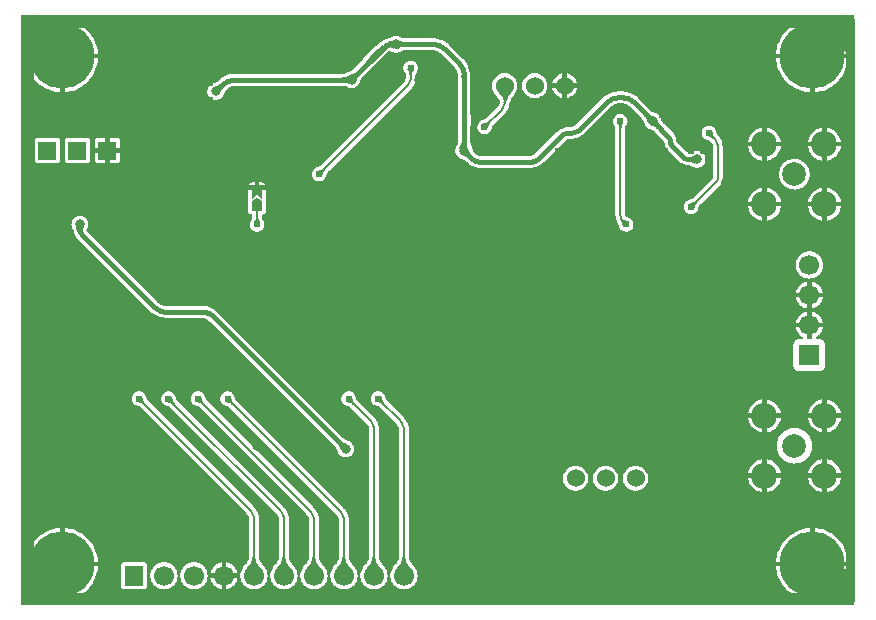
<source format=gbl>
G04 Layer: BottomLayer*
G04 EasyEDA v6.5.42, 2024-03-29 12:16:20*
G04 9a5be75d700b4a6385dc1106f27949ae,10*
G04 Gerber Generator version 0.2*
G04 Scale: 100 percent, Rotated: No, Reflected: No *
G04 Dimensions in millimeters *
G04 leading zeros omitted , absolute positions ,4 integer and 5 decimal *
%FSLAX45Y45*%
%MOMM*%

%AMMACRO1*4,1,5,-0.4572,0.1588,-0.4572,-0.5779,0.4572,-0.5779,0.4572,0.1588,0,0.5779,-0.4572,0.1588,0*%
%AMMACRO2*4,1,5,0.4572,-0.5524,0.4572,0.5524,-0.4572,0.5524,-0.4572,-0.5524,0,-0.1333,0.4572,-0.5524,0*%
%ADD10C,0.4000*%
%ADD11C,0.2100*%
%ADD12C,0.6000*%
%ADD13MACRO1*%
%ADD14MACRO2*%
%ADD15R,1.7000X1.7000*%
%ADD16C,1.7000*%
%ADD17C,2.2000*%
%ADD18C,2.0000*%
%ADD19C,1.5240*%
%ADD20R,1.5748X1.7000*%
%ADD21R,1.5748X1.5748*%
%ADD22C,5.5000*%
%ADD23C,0.8200*%
%ADD24C,0.6200*%
%ADD25C,0.0184*%

%LPD*%
G36*
X41554Y-297383D02*
G01*
X37388Y-296875D01*
X33782Y-294741D01*
X31343Y-291338D01*
X30530Y-287274D01*
X30530Y-200456D01*
X31445Y-182880D01*
X33934Y-166471D01*
X37998Y-150317D01*
X43637Y-134721D01*
X50800Y-119684D01*
X59385Y-105460D01*
X69342Y-92151D01*
X80568Y-79857D01*
X92913Y-68732D01*
X106273Y-58826D01*
X120548Y-50342D01*
X135636Y-43281D01*
X151282Y-37693D01*
X167436Y-33731D01*
X183896Y-31343D01*
X200964Y-30530D01*
X288086Y-30530D01*
X292201Y-31394D01*
X295605Y-33832D01*
X297738Y-37490D01*
X298196Y-41656D01*
X296875Y-45669D01*
X294081Y-48818D01*
X290271Y-50596D01*
X271932Y-54660D01*
X248716Y-61823D01*
X226110Y-70764D01*
X204317Y-81483D01*
X183438Y-93929D01*
X163626Y-107950D01*
X144983Y-123545D01*
X127660Y-140512D01*
X111709Y-158851D01*
X97282Y-178409D01*
X84429Y-199034D01*
X73304Y-220573D01*
X63855Y-242976D01*
X56286Y-266039D01*
X50546Y-289661D01*
X48717Y-293420D01*
X45567Y-296164D01*
G37*

%LPD*%
G36*
X200456Y-4969459D02*
G01*
X182880Y-4968544D01*
X166471Y-4966055D01*
X150317Y-4961991D01*
X134721Y-4956352D01*
X119684Y-4949190D01*
X105460Y-4940604D01*
X92151Y-4930648D01*
X79857Y-4919421D01*
X68732Y-4907076D01*
X58826Y-4893716D01*
X50342Y-4879441D01*
X43281Y-4864354D01*
X37693Y-4848707D01*
X33731Y-4832553D01*
X31343Y-4816094D01*
X30530Y-4799025D01*
X30530Y-4712766D01*
X31343Y-4708652D01*
X33782Y-4705248D01*
X37388Y-4703114D01*
X41554Y-4702606D01*
X45567Y-4703826D01*
X48717Y-4706569D01*
X50546Y-4710328D01*
X56286Y-4733950D01*
X63855Y-4757013D01*
X73304Y-4779416D01*
X84429Y-4801006D01*
X97282Y-4821580D01*
X111709Y-4841138D01*
X127660Y-4859477D01*
X144983Y-4876495D01*
X163626Y-4892040D01*
X183438Y-4906111D01*
X204317Y-4918506D01*
X226110Y-4929225D01*
X248716Y-4938217D01*
X271932Y-4945329D01*
X290220Y-4949393D01*
X294030Y-4951171D01*
X296824Y-4954320D01*
X298094Y-4958334D01*
X297637Y-4962499D01*
X295554Y-4966157D01*
X292150Y-4968595D01*
X287985Y-4969459D01*
G37*

%LPD*%
G36*
X340156Y-4969459D02*
G01*
X336296Y-4968697D01*
X332994Y-4966512D01*
X330758Y-4963210D01*
X329996Y-4959299D01*
X329996Y-4669993D01*
X40690Y-4669993D01*
X36779Y-4669231D01*
X33477Y-4666996D01*
X31292Y-4663744D01*
X30530Y-4659833D01*
X30530Y-4640173D01*
X31292Y-4636262D01*
X33477Y-4632960D01*
X36779Y-4630775D01*
X40690Y-4630013D01*
X329996Y-4630013D01*
X329996Y-4345381D01*
X319684Y-4345990D01*
X295656Y-4349394D01*
X271932Y-4354626D01*
X248716Y-4361789D01*
X226110Y-4370730D01*
X204317Y-4381449D01*
X183438Y-4393895D01*
X163626Y-4407916D01*
X144983Y-4423511D01*
X127660Y-4440529D01*
X111709Y-4458817D01*
X97282Y-4478375D01*
X84429Y-4499000D01*
X73304Y-4520590D01*
X63855Y-4542993D01*
X56286Y-4566056D01*
X50546Y-4589627D01*
X48717Y-4593386D01*
X45567Y-4596130D01*
X41554Y-4597349D01*
X37388Y-4596841D01*
X33782Y-4594707D01*
X31343Y-4591304D01*
X30530Y-4587240D01*
X30530Y-412750D01*
X31343Y-408686D01*
X33782Y-405282D01*
X37388Y-403148D01*
X41554Y-402640D01*
X45567Y-403860D01*
X48717Y-406603D01*
X50546Y-410362D01*
X56286Y-433933D01*
X63855Y-457047D01*
X73304Y-479399D01*
X84429Y-500989D01*
X97282Y-521614D01*
X111709Y-541172D01*
X127660Y-559511D01*
X144983Y-576478D01*
X163626Y-592074D01*
X183438Y-606094D01*
X204317Y-618540D01*
X226110Y-629259D01*
X248716Y-638200D01*
X271932Y-645363D01*
X295656Y-650646D01*
X319684Y-653999D01*
X329996Y-654608D01*
X329996Y-370027D01*
X40690Y-370027D01*
X36779Y-369214D01*
X33477Y-367030D01*
X31292Y-363728D01*
X30530Y-359867D01*
X30530Y-340156D01*
X31292Y-336296D01*
X33477Y-332994D01*
X36779Y-330758D01*
X40690Y-329996D01*
X329996Y-329996D01*
X329996Y-40690D01*
X330758Y-36779D01*
X332994Y-33477D01*
X336296Y-31292D01*
X340156Y-30530D01*
X359867Y-30530D01*
X363728Y-31292D01*
X367030Y-33477D01*
X369265Y-36779D01*
X370027Y-40690D01*
X370027Y-329996D01*
X654710Y-329996D01*
X654558Y-325729D01*
X651662Y-301599D01*
X646836Y-277825D01*
X640181Y-254457D01*
X631647Y-231698D01*
X621385Y-209702D01*
X609396Y-188569D01*
X595731Y-168503D01*
X580542Y-149555D01*
X563880Y-131876D01*
X545846Y-115570D01*
X526592Y-100736D01*
X506272Y-87477D01*
X484885Y-75895D01*
X462686Y-66040D01*
X439775Y-58013D01*
X416306Y-51816D01*
X410057Y-50647D01*
X406095Y-49022D01*
X403199Y-45923D01*
X401777Y-41910D01*
X402183Y-37642D01*
X404266Y-33934D01*
X407720Y-31394D01*
X411886Y-30530D01*
X6638036Y-30530D01*
X6642150Y-31394D01*
X6645554Y-33832D01*
X6647688Y-37490D01*
X6648145Y-41656D01*
X6646875Y-45669D01*
X6644081Y-48818D01*
X6640220Y-50596D01*
X6621881Y-54660D01*
X6598666Y-61823D01*
X6576110Y-70764D01*
X6554317Y-81483D01*
X6533438Y-93929D01*
X6513626Y-107950D01*
X6494983Y-123545D01*
X6477609Y-140512D01*
X6461658Y-158851D01*
X6447231Y-178409D01*
X6434429Y-199034D01*
X6423253Y-220573D01*
X6413855Y-242976D01*
X6406235Y-266039D01*
X6400495Y-289661D01*
X6396685Y-313639D01*
X6395364Y-329996D01*
X6679996Y-329996D01*
X6679996Y-40690D01*
X6680758Y-36779D01*
X6682943Y-33477D01*
X6686245Y-31292D01*
X6690156Y-30530D01*
X6709816Y-30530D01*
X6713728Y-31292D01*
X6717030Y-33477D01*
X6719214Y-36779D01*
X6719976Y-40690D01*
X6719976Y-329996D01*
X7004710Y-329996D01*
X7004507Y-325729D01*
X7001611Y-301599D01*
X6996836Y-277825D01*
X6990130Y-254457D01*
X6981647Y-231698D01*
X6971334Y-209702D01*
X6959346Y-188569D01*
X6945680Y-168503D01*
X6930491Y-149555D01*
X6913829Y-131876D01*
X6895846Y-115570D01*
X6876592Y-100736D01*
X6856222Y-87477D01*
X6834886Y-75895D01*
X6812686Y-66040D01*
X6789775Y-58013D01*
X6766255Y-51816D01*
X6760057Y-50647D01*
X6756095Y-49022D01*
X6753148Y-45923D01*
X6751777Y-41910D01*
X6752132Y-37642D01*
X6754215Y-33934D01*
X6757670Y-31394D01*
X6761835Y-30530D01*
X7051040Y-30530D01*
X7054900Y-31292D01*
X7058202Y-33477D01*
X7060387Y-36779D01*
X7061200Y-40690D01*
X7061200Y-4959299D01*
X7060387Y-4963210D01*
X7058202Y-4966512D01*
X7054900Y-4968697D01*
X7051040Y-4969459D01*
X6761937Y-4969459D01*
X6757720Y-4968595D01*
X6754317Y-4966055D01*
X6752234Y-4962347D01*
X6751828Y-4958080D01*
X6753250Y-4954066D01*
X6756146Y-4950968D01*
X6760108Y-4949342D01*
X6766255Y-4948224D01*
X6789775Y-4941976D01*
X6812686Y-4933950D01*
X6834886Y-4924094D01*
X6856222Y-4912512D01*
X6876592Y-4899253D01*
X6895846Y-4884470D01*
X6913829Y-4868164D01*
X6930491Y-4850485D01*
X6945680Y-4831537D01*
X6959346Y-4811420D01*
X6971334Y-4790287D01*
X6981647Y-4768291D01*
X6990130Y-4745532D01*
X6996836Y-4722215D01*
X7001611Y-4698390D01*
X7004507Y-4674260D01*
X7004710Y-4669993D01*
X6719976Y-4669993D01*
X6719976Y-4959299D01*
X6719214Y-4963210D01*
X6717030Y-4966512D01*
X6713728Y-4968697D01*
X6709816Y-4969459D01*
X6690156Y-4969459D01*
X6686245Y-4968697D01*
X6682943Y-4966512D01*
X6680758Y-4963210D01*
X6679996Y-4959299D01*
X6679996Y-4669993D01*
X6395364Y-4669993D01*
X6396685Y-4686350D01*
X6400495Y-4710328D01*
X6406235Y-4733950D01*
X6413855Y-4757013D01*
X6423253Y-4779416D01*
X6434429Y-4801006D01*
X6447231Y-4821580D01*
X6461658Y-4841138D01*
X6477609Y-4859477D01*
X6494983Y-4876495D01*
X6513626Y-4892040D01*
X6533438Y-4906111D01*
X6554317Y-4918506D01*
X6576110Y-4929225D01*
X6598666Y-4938217D01*
X6621881Y-4945329D01*
X6640169Y-4949393D01*
X6644030Y-4951171D01*
X6646824Y-4954320D01*
X6648094Y-4958334D01*
X6647637Y-4962499D01*
X6645503Y-4966157D01*
X6642100Y-4968595D01*
X6637985Y-4969459D01*
X411937Y-4969459D01*
X407771Y-4968595D01*
X404317Y-4966055D01*
X402234Y-4962347D01*
X401878Y-4958080D01*
X403250Y-4954066D01*
X406196Y-4950968D01*
X410159Y-4949342D01*
X416306Y-4948224D01*
X439775Y-4941976D01*
X462686Y-4933950D01*
X484885Y-4924094D01*
X506272Y-4912512D01*
X526592Y-4899253D01*
X545846Y-4884470D01*
X563880Y-4868164D01*
X580542Y-4850485D01*
X595731Y-4831537D01*
X609396Y-4811420D01*
X621385Y-4790287D01*
X631647Y-4768291D01*
X640181Y-4745532D01*
X646836Y-4722215D01*
X651662Y-4698390D01*
X654558Y-4674260D01*
X654710Y-4669993D01*
X370027Y-4669993D01*
X370027Y-4959299D01*
X369265Y-4963210D01*
X367030Y-4966512D01*
X363728Y-4968697D01*
X359867Y-4969459D01*
G37*

%LPC*%
G36*
X878738Y-4865471D02*
G01*
X1035253Y-4865471D01*
X1041653Y-4864862D01*
X1047394Y-4863134D01*
X1052677Y-4860290D01*
X1057249Y-4856530D01*
X1061059Y-4851908D01*
X1063853Y-4846624D01*
X1065631Y-4840935D01*
X1066241Y-4834483D01*
X1066241Y-4665472D01*
X1065631Y-4659071D01*
X1063853Y-4653330D01*
X1061059Y-4648047D01*
X1057249Y-4643475D01*
X1052677Y-4639665D01*
X1047394Y-4636871D01*
X1041653Y-4635144D01*
X1035253Y-4634484D01*
X878738Y-4634484D01*
X872337Y-4635144D01*
X866597Y-4636871D01*
X861314Y-4639665D01*
X856742Y-4643475D01*
X852932Y-4648047D01*
X850137Y-4653330D01*
X848360Y-4659071D01*
X847750Y-4665472D01*
X847750Y-4834483D01*
X848360Y-4840935D01*
X850137Y-4846624D01*
X852932Y-4851908D01*
X856742Y-4856530D01*
X861314Y-4860290D01*
X866597Y-4863134D01*
X872337Y-4864862D01*
G37*
G36*
X1457756Y-4865268D02*
G01*
X1472234Y-4865268D01*
X1486611Y-4863439D01*
X1500682Y-4859832D01*
X1514144Y-4854498D01*
X1526895Y-4847488D01*
X1538630Y-4838954D01*
X1549196Y-4829048D01*
X1558442Y-4817872D01*
X1566214Y-4805629D01*
X1572361Y-4792522D01*
X1576832Y-4778705D01*
X1579575Y-4764481D01*
X1580489Y-4750003D01*
X1579575Y-4735525D01*
X1576832Y-4721250D01*
X1572361Y-4707483D01*
X1566214Y-4694377D01*
X1558442Y-4682134D01*
X1549196Y-4670958D01*
X1538630Y-4661001D01*
X1526895Y-4652467D01*
X1514144Y-4645507D01*
X1500682Y-4640173D01*
X1486611Y-4636566D01*
X1472234Y-4634738D01*
X1457756Y-4634738D01*
X1443380Y-4636566D01*
X1429308Y-4640173D01*
X1415846Y-4645507D01*
X1403096Y-4652467D01*
X1391361Y-4661001D01*
X1380794Y-4670958D01*
X1371549Y-4682134D01*
X1363776Y-4694377D01*
X1357630Y-4707483D01*
X1353159Y-4721250D01*
X1350416Y-4735525D01*
X1349502Y-4750003D01*
X1350416Y-4764481D01*
X1353159Y-4778705D01*
X1357630Y-4792522D01*
X1363776Y-4805629D01*
X1371549Y-4817872D01*
X1380794Y-4829048D01*
X1391361Y-4838954D01*
X1403096Y-4847488D01*
X1415846Y-4854498D01*
X1429308Y-4859832D01*
X1443380Y-4863439D01*
G37*
G36*
X1203756Y-4865268D02*
G01*
X1218234Y-4865268D01*
X1232611Y-4863439D01*
X1246682Y-4859832D01*
X1260144Y-4854498D01*
X1272895Y-4847488D01*
X1284630Y-4838954D01*
X1295196Y-4829048D01*
X1304442Y-4817872D01*
X1312214Y-4805629D01*
X1318361Y-4792522D01*
X1322832Y-4778705D01*
X1325575Y-4764481D01*
X1326489Y-4750003D01*
X1325575Y-4735525D01*
X1322832Y-4721250D01*
X1318361Y-4707483D01*
X1312214Y-4694377D01*
X1304442Y-4682134D01*
X1295196Y-4670958D01*
X1284630Y-4661001D01*
X1272895Y-4652467D01*
X1260144Y-4645507D01*
X1246682Y-4640173D01*
X1232611Y-4636566D01*
X1218234Y-4634738D01*
X1203756Y-4634738D01*
X1189380Y-4636566D01*
X1175308Y-4640173D01*
X1161846Y-4645507D01*
X1149096Y-4652467D01*
X1137361Y-4661001D01*
X1126794Y-4670958D01*
X1117549Y-4682134D01*
X1109776Y-4694377D01*
X1103630Y-4707483D01*
X1099159Y-4721250D01*
X1096416Y-4735525D01*
X1095502Y-4750003D01*
X1096416Y-4764481D01*
X1099159Y-4778705D01*
X1103630Y-4792522D01*
X1109776Y-4805629D01*
X1117549Y-4817872D01*
X1126794Y-4829048D01*
X1137361Y-4838954D01*
X1149096Y-4847488D01*
X1161846Y-4854498D01*
X1175308Y-4859832D01*
X1189380Y-4863439D01*
G37*
G36*
X2981756Y-4865268D02*
G01*
X2996234Y-4865268D01*
X3010611Y-4863439D01*
X3024682Y-4859832D01*
X3038144Y-4854498D01*
X3050895Y-4847488D01*
X3062630Y-4838954D01*
X3073196Y-4829048D01*
X3082442Y-4817872D01*
X3090214Y-4805629D01*
X3096361Y-4792522D01*
X3100832Y-4778705D01*
X3103575Y-4764481D01*
X3104489Y-4750003D01*
X3103575Y-4735525D01*
X3100832Y-4721250D01*
X3096361Y-4707483D01*
X3090214Y-4694377D01*
X3082493Y-4680712D01*
X3080512Y-4677562D01*
X3069082Y-4661408D01*
X3059328Y-4649470D01*
X3049676Y-4638141D01*
X3042462Y-4628743D01*
X3037382Y-4619955D01*
X3033674Y-4610252D01*
X3031083Y-4597400D01*
X3030016Y-4579366D01*
X3030016Y-3498494D01*
X3029102Y-3489553D01*
X3025190Y-3469690D01*
X3022549Y-3461054D01*
X3014827Y-3442360D01*
X3010560Y-3434384D01*
X2999333Y-3417570D01*
X2993593Y-3410610D01*
X2847492Y-3264509D01*
X2842768Y-3259023D01*
X2840024Y-3253994D01*
X2835859Y-3238550D01*
X2833268Y-3230321D01*
X2829052Y-3220770D01*
X2823514Y-3212236D01*
X2816656Y-3204768D01*
X2808630Y-3198520D01*
X2799689Y-3193694D01*
X2790088Y-3190392D01*
X2780080Y-3188766D01*
X2769920Y-3188766D01*
X2759913Y-3190392D01*
X2750312Y-3193694D01*
X2741371Y-3198520D01*
X2733344Y-3204768D01*
X2726486Y-3212236D01*
X2720949Y-3220770D01*
X2716834Y-3230067D01*
X2714345Y-3239871D01*
X2713532Y-3250031D01*
X2714345Y-3260140D01*
X2716834Y-3269945D01*
X2720949Y-3279241D01*
X2726486Y-3287776D01*
X2733344Y-3295243D01*
X2741371Y-3301492D01*
X2750464Y-3306368D01*
X2755849Y-3308451D01*
X2763570Y-3310839D01*
X2778760Y-3314954D01*
X2781858Y-3316376D01*
X2786176Y-3319475D01*
X2789529Y-3322523D01*
X2932379Y-3465372D01*
X2933649Y-3466896D01*
X2939846Y-3476193D01*
X2940761Y-3477920D01*
X2945028Y-3488232D01*
X2945638Y-3490163D01*
X2947771Y-3501085D01*
X2947974Y-3503066D01*
X2947974Y-4578807D01*
X2946908Y-4597349D01*
X2944317Y-4610252D01*
X2939897Y-4621428D01*
X2934817Y-4629708D01*
X2928010Y-4638497D01*
X2919222Y-4648758D01*
X2907284Y-4663541D01*
X2897479Y-4677562D01*
X2895498Y-4680712D01*
X2885998Y-4697831D01*
X2881630Y-4707432D01*
X2877159Y-4721250D01*
X2874416Y-4735525D01*
X2873502Y-4750003D01*
X2874416Y-4764481D01*
X2877159Y-4778705D01*
X2881630Y-4792522D01*
X2887776Y-4805629D01*
X2895549Y-4817872D01*
X2904794Y-4829048D01*
X2915361Y-4838954D01*
X2927096Y-4847488D01*
X2939846Y-4854498D01*
X2953308Y-4859832D01*
X2967380Y-4863439D01*
G37*
G36*
X3235756Y-4865268D02*
G01*
X3250234Y-4865268D01*
X3264611Y-4863439D01*
X3278682Y-4859832D01*
X3292144Y-4854498D01*
X3304895Y-4847488D01*
X3316630Y-4838954D01*
X3327196Y-4829048D01*
X3336442Y-4817872D01*
X3344214Y-4805629D01*
X3350361Y-4792522D01*
X3354832Y-4778705D01*
X3357575Y-4764481D01*
X3358489Y-4750003D01*
X3357575Y-4735525D01*
X3354832Y-4721250D01*
X3350361Y-4707483D01*
X3344214Y-4694377D01*
X3336493Y-4680712D01*
X3334512Y-4677562D01*
X3323082Y-4661408D01*
X3313328Y-4649470D01*
X3303676Y-4638141D01*
X3296462Y-4628743D01*
X3291382Y-4619955D01*
X3287674Y-4610252D01*
X3285083Y-4597400D01*
X3284016Y-4579366D01*
X3284016Y-3502507D01*
X3283102Y-3493515D01*
X3279190Y-3473704D01*
X3276549Y-3465068D01*
X3268827Y-3446373D01*
X3264560Y-3438398D01*
X3253333Y-3421583D01*
X3247593Y-3414623D01*
X3097479Y-3264509D01*
X3092754Y-3259023D01*
X3090011Y-3253943D01*
X3089452Y-3252368D01*
X3085846Y-3238550D01*
X3083255Y-3230321D01*
X3079038Y-3220770D01*
X3073501Y-3212236D01*
X3066643Y-3204768D01*
X3058617Y-3198520D01*
X3049676Y-3193694D01*
X3040075Y-3190392D01*
X3030067Y-3188766D01*
X3019907Y-3188766D01*
X3009900Y-3190392D01*
X3000298Y-3193694D01*
X2991358Y-3198520D01*
X2983331Y-3204768D01*
X2976473Y-3212236D01*
X2970936Y-3220770D01*
X2966872Y-3230067D01*
X2964332Y-3239871D01*
X2963519Y-3250031D01*
X2964332Y-3260140D01*
X2966872Y-3269945D01*
X2970936Y-3279241D01*
X2976473Y-3287776D01*
X2983331Y-3295243D01*
X2991358Y-3301492D01*
X3000451Y-3306368D01*
X3005836Y-3308451D01*
X3013557Y-3310839D01*
X3028746Y-3314954D01*
X3031845Y-3316376D01*
X3036163Y-3319475D01*
X3039516Y-3322523D01*
X3186379Y-3469386D01*
X3187649Y-3470910D01*
X3193846Y-3480206D01*
X3194761Y-3481933D01*
X3199028Y-3492246D01*
X3199638Y-3494125D01*
X3201771Y-3505098D01*
X3201974Y-3507079D01*
X3201974Y-4578807D01*
X3200908Y-4597349D01*
X3198317Y-4610252D01*
X3193897Y-4621428D01*
X3188817Y-4629708D01*
X3182010Y-4638497D01*
X3173222Y-4648758D01*
X3161284Y-4663541D01*
X3151479Y-4677562D01*
X3149498Y-4680712D01*
X3139998Y-4697831D01*
X3135630Y-4707432D01*
X3131159Y-4721250D01*
X3128416Y-4735525D01*
X3127502Y-4750003D01*
X3128416Y-4764481D01*
X3131159Y-4778705D01*
X3135630Y-4792522D01*
X3141776Y-4805629D01*
X3149549Y-4817872D01*
X3158794Y-4829048D01*
X3169361Y-4838954D01*
X3181096Y-4847488D01*
X3193846Y-4854498D01*
X3207308Y-4859832D01*
X3221380Y-4863439D01*
G37*
G36*
X1965756Y-4865268D02*
G01*
X1980234Y-4865268D01*
X1994611Y-4863439D01*
X2008682Y-4859832D01*
X2022144Y-4854498D01*
X2034895Y-4847488D01*
X2046630Y-4838954D01*
X2057196Y-4829048D01*
X2066442Y-4817872D01*
X2074214Y-4805629D01*
X2080361Y-4792522D01*
X2084832Y-4778705D01*
X2087575Y-4764481D01*
X2088489Y-4750003D01*
X2087575Y-4735525D01*
X2084832Y-4721250D01*
X2080361Y-4707483D01*
X2074214Y-4694377D01*
X2066493Y-4680712D01*
X2064512Y-4677562D01*
X2053082Y-4661408D01*
X2043328Y-4649470D01*
X2033676Y-4638141D01*
X2026462Y-4628743D01*
X2021382Y-4619955D01*
X2017674Y-4610252D01*
X2015083Y-4597400D01*
X2014016Y-4579366D01*
X2014016Y-4257497D01*
X2013102Y-4248556D01*
X2009190Y-4228693D01*
X2006549Y-4220057D01*
X1998827Y-4201363D01*
X1994560Y-4193387D01*
X1983333Y-4176572D01*
X1977593Y-4169613D01*
X1072489Y-3264509D01*
X1067765Y-3259023D01*
X1065022Y-3253994D01*
X1060856Y-3238550D01*
X1058265Y-3230321D01*
X1054049Y-3220770D01*
X1048512Y-3212236D01*
X1041653Y-3204768D01*
X1033627Y-3198520D01*
X1024686Y-3193694D01*
X1015085Y-3190392D01*
X1005078Y-3188766D01*
X994918Y-3188766D01*
X984910Y-3190392D01*
X975309Y-3193694D01*
X966368Y-3198520D01*
X958342Y-3204768D01*
X951484Y-3212236D01*
X945946Y-3220770D01*
X941882Y-3230067D01*
X939342Y-3239871D01*
X938530Y-3250031D01*
X939342Y-3260140D01*
X941882Y-3269945D01*
X945946Y-3279241D01*
X951484Y-3287776D01*
X958342Y-3295243D01*
X966368Y-3301492D01*
X975461Y-3306368D01*
X980846Y-3308451D01*
X988568Y-3310839D01*
X1003757Y-3314954D01*
X1006856Y-3316376D01*
X1011174Y-3319475D01*
X1014526Y-3322523D01*
X1916379Y-4224375D01*
X1917649Y-4225899D01*
X1923846Y-4235196D01*
X1924761Y-4236923D01*
X1929028Y-4247235D01*
X1929638Y-4249166D01*
X1931771Y-4260088D01*
X1931974Y-4262069D01*
X1931974Y-4578807D01*
X1930907Y-4597349D01*
X1928317Y-4610252D01*
X1923897Y-4621428D01*
X1918817Y-4629708D01*
X1912010Y-4638497D01*
X1903222Y-4648758D01*
X1891284Y-4663541D01*
X1881479Y-4677562D01*
X1879498Y-4680712D01*
X1869998Y-4697831D01*
X1865630Y-4707432D01*
X1861159Y-4721250D01*
X1858416Y-4735525D01*
X1857502Y-4750003D01*
X1858416Y-4764481D01*
X1861159Y-4778705D01*
X1865630Y-4792522D01*
X1871776Y-4805629D01*
X1879549Y-4817872D01*
X1888794Y-4829048D01*
X1899361Y-4838954D01*
X1911096Y-4847488D01*
X1923846Y-4854498D01*
X1937308Y-4859832D01*
X1951380Y-4863439D01*
G37*
G36*
X2219756Y-4865268D02*
G01*
X2234234Y-4865268D01*
X2248611Y-4863439D01*
X2262682Y-4859832D01*
X2276144Y-4854498D01*
X2288895Y-4847488D01*
X2300630Y-4838954D01*
X2311196Y-4829048D01*
X2320442Y-4817872D01*
X2328214Y-4805629D01*
X2334361Y-4792522D01*
X2338832Y-4778705D01*
X2341575Y-4764481D01*
X2342489Y-4750003D01*
X2341575Y-4735525D01*
X2338832Y-4721250D01*
X2334361Y-4707483D01*
X2328214Y-4694377D01*
X2320493Y-4680712D01*
X2318512Y-4677562D01*
X2307082Y-4661408D01*
X2297328Y-4649470D01*
X2287676Y-4638141D01*
X2280462Y-4628743D01*
X2275382Y-4619955D01*
X2271674Y-4610252D01*
X2269083Y-4597400D01*
X2268016Y-4579366D01*
X2268016Y-4261510D01*
X2267102Y-4252518D01*
X2263190Y-4232706D01*
X2260549Y-4224020D01*
X2252827Y-4205376D01*
X2248560Y-4197400D01*
X2237333Y-4180586D01*
X2231593Y-4173575D01*
X1322527Y-3264509D01*
X1317752Y-3259023D01*
X1315059Y-3253994D01*
X1310843Y-3238550D01*
X1308252Y-3230321D01*
X1304086Y-3220770D01*
X1298498Y-3212236D01*
X1291640Y-3204768D01*
X1283614Y-3198520D01*
X1274724Y-3193694D01*
X1265123Y-3190392D01*
X1255064Y-3188766D01*
X1244955Y-3188766D01*
X1234897Y-3190392D01*
X1225296Y-3193694D01*
X1216406Y-3198520D01*
X1208379Y-3204768D01*
X1201521Y-3212236D01*
X1195933Y-3220770D01*
X1191869Y-3230067D01*
X1189380Y-3239871D01*
X1188516Y-3250031D01*
X1189380Y-3260140D01*
X1191869Y-3269945D01*
X1195933Y-3279241D01*
X1201521Y-3287776D01*
X1208379Y-3295243D01*
X1216406Y-3301492D01*
X1225448Y-3306368D01*
X1230833Y-3308451D01*
X1238554Y-3310839D01*
X1253744Y-3314954D01*
X1256842Y-3316376D01*
X1261211Y-3319475D01*
X1264513Y-3322523D01*
X2170379Y-4228388D01*
X2171649Y-4229912D01*
X2177846Y-4239158D01*
X2178761Y-4240936D01*
X2183028Y-4251248D01*
X2183638Y-4253128D01*
X2185771Y-4264050D01*
X2185974Y-4266031D01*
X2185974Y-4578807D01*
X2184908Y-4597349D01*
X2182317Y-4610252D01*
X2177897Y-4621428D01*
X2172817Y-4629708D01*
X2166010Y-4638497D01*
X2157222Y-4648758D01*
X2145284Y-4663541D01*
X2135479Y-4677562D01*
X2133498Y-4680712D01*
X2123998Y-4697831D01*
X2119630Y-4707432D01*
X2115159Y-4721250D01*
X2112416Y-4735525D01*
X2111502Y-4750003D01*
X2112416Y-4764481D01*
X2115159Y-4778705D01*
X2119630Y-4792522D01*
X2125776Y-4805629D01*
X2133549Y-4817872D01*
X2142794Y-4829048D01*
X2153361Y-4838954D01*
X2165096Y-4847488D01*
X2177846Y-4854498D01*
X2191308Y-4859832D01*
X2205380Y-4863439D01*
G37*
G36*
X2473756Y-4865268D02*
G01*
X2488234Y-4865268D01*
X2502611Y-4863439D01*
X2516682Y-4859832D01*
X2530144Y-4854498D01*
X2542895Y-4847488D01*
X2554630Y-4838954D01*
X2565196Y-4829048D01*
X2574442Y-4817872D01*
X2582214Y-4805629D01*
X2588361Y-4792522D01*
X2592832Y-4778705D01*
X2595575Y-4764481D01*
X2596489Y-4750003D01*
X2595575Y-4735525D01*
X2592832Y-4721250D01*
X2588361Y-4707483D01*
X2582214Y-4694377D01*
X2574493Y-4680712D01*
X2572512Y-4677562D01*
X2561082Y-4661408D01*
X2551328Y-4649470D01*
X2541676Y-4638141D01*
X2534462Y-4628743D01*
X2529382Y-4619955D01*
X2525674Y-4610252D01*
X2523083Y-4597400D01*
X2522016Y-4579366D01*
X2522016Y-4265523D01*
X2521102Y-4256532D01*
X2517190Y-4236720D01*
X2514549Y-4228033D01*
X2506827Y-4209338D01*
X2502560Y-4201414D01*
X2491333Y-4184599D01*
X2485593Y-4177588D01*
X1572514Y-3264509D01*
X1567738Y-3259023D01*
X1565046Y-3253994D01*
X1560830Y-3238550D01*
X1558239Y-3230321D01*
X1554073Y-3220770D01*
X1548485Y-3212236D01*
X1541627Y-3204768D01*
X1533601Y-3198520D01*
X1524711Y-3193694D01*
X1515110Y-3190392D01*
X1505051Y-3188766D01*
X1494942Y-3188766D01*
X1484884Y-3190392D01*
X1475282Y-3193694D01*
X1466392Y-3198520D01*
X1458366Y-3204768D01*
X1451508Y-3212236D01*
X1445920Y-3220770D01*
X1441856Y-3230067D01*
X1439367Y-3239871D01*
X1438503Y-3250031D01*
X1439367Y-3260140D01*
X1441856Y-3269945D01*
X1445920Y-3279241D01*
X1451508Y-3287776D01*
X1458366Y-3295243D01*
X1466392Y-3301492D01*
X1475435Y-3306368D01*
X1480820Y-3308451D01*
X1488541Y-3310839D01*
X1503730Y-3314954D01*
X1506829Y-3316376D01*
X1511198Y-3319475D01*
X1514500Y-3322523D01*
X2424379Y-4232402D01*
X2425649Y-4233926D01*
X2431846Y-4243171D01*
X2432761Y-4244949D01*
X2437028Y-4255262D01*
X2437638Y-4257141D01*
X2439771Y-4268063D01*
X2439974Y-4270044D01*
X2439974Y-4578807D01*
X2438908Y-4597349D01*
X2436317Y-4610252D01*
X2431897Y-4621428D01*
X2426817Y-4629708D01*
X2420010Y-4638497D01*
X2411222Y-4648758D01*
X2399284Y-4663541D01*
X2389479Y-4677562D01*
X2387498Y-4680712D01*
X2377998Y-4697831D01*
X2373630Y-4707432D01*
X2369159Y-4721250D01*
X2366416Y-4735525D01*
X2365502Y-4750003D01*
X2366416Y-4764481D01*
X2369159Y-4778705D01*
X2373630Y-4792522D01*
X2379776Y-4805629D01*
X2387549Y-4817872D01*
X2396794Y-4829048D01*
X2407361Y-4838954D01*
X2419096Y-4847488D01*
X2431846Y-4854498D01*
X2445308Y-4859832D01*
X2459380Y-4863439D01*
G37*
G36*
X2727756Y-4865268D02*
G01*
X2742234Y-4865268D01*
X2756611Y-4863439D01*
X2770682Y-4859832D01*
X2784144Y-4854498D01*
X2796895Y-4847488D01*
X2808630Y-4838954D01*
X2819196Y-4829048D01*
X2828442Y-4817872D01*
X2836214Y-4805629D01*
X2842361Y-4792522D01*
X2846832Y-4778705D01*
X2849575Y-4764481D01*
X2850489Y-4750003D01*
X2849575Y-4735525D01*
X2846832Y-4721250D01*
X2842361Y-4707483D01*
X2836214Y-4694377D01*
X2828493Y-4680712D01*
X2826512Y-4677562D01*
X2815082Y-4661408D01*
X2805328Y-4649470D01*
X2795676Y-4638141D01*
X2788462Y-4628743D01*
X2783382Y-4619955D01*
X2779674Y-4610252D01*
X2777083Y-4597400D01*
X2776016Y-4579366D01*
X2776016Y-4269486D01*
X2775102Y-4260545D01*
X2771190Y-4240682D01*
X2768549Y-4232046D01*
X2760827Y-4213352D01*
X2756560Y-4205376D01*
X2745333Y-4188561D01*
X2739593Y-4181601D01*
X1822500Y-3264509D01*
X1817776Y-3259023D01*
X1815033Y-3253994D01*
X1810867Y-3238550D01*
X1808276Y-3230321D01*
X1804060Y-3220770D01*
X1798523Y-3212236D01*
X1791665Y-3204768D01*
X1783638Y-3198520D01*
X1774698Y-3193694D01*
X1765096Y-3190392D01*
X1755089Y-3188766D01*
X1744929Y-3188766D01*
X1734921Y-3190392D01*
X1725320Y-3193694D01*
X1716379Y-3198520D01*
X1708353Y-3204768D01*
X1701495Y-3212236D01*
X1695957Y-3220770D01*
X1691893Y-3230067D01*
X1689354Y-3239871D01*
X1688541Y-3250031D01*
X1689354Y-3260140D01*
X1691893Y-3269945D01*
X1695957Y-3279241D01*
X1701495Y-3287776D01*
X1708353Y-3295243D01*
X1716379Y-3301492D01*
X1725472Y-3306368D01*
X1730857Y-3308451D01*
X1738579Y-3310839D01*
X1753768Y-3314954D01*
X1756867Y-3316376D01*
X1761185Y-3319475D01*
X1764538Y-3322523D01*
X2678379Y-4236364D01*
X2679649Y-4237888D01*
X2685846Y-4247184D01*
X2686761Y-4248912D01*
X2691028Y-4259224D01*
X2691638Y-4261154D01*
X2693771Y-4272076D01*
X2693974Y-4274058D01*
X2693974Y-4578807D01*
X2692908Y-4597349D01*
X2690317Y-4610252D01*
X2685897Y-4621428D01*
X2680817Y-4629708D01*
X2674010Y-4638497D01*
X2665222Y-4648758D01*
X2653284Y-4663541D01*
X2643479Y-4677562D01*
X2641498Y-4680712D01*
X2631998Y-4697831D01*
X2627630Y-4707432D01*
X2623159Y-4721250D01*
X2620416Y-4735525D01*
X2619502Y-4750003D01*
X2620416Y-4764481D01*
X2623159Y-4778705D01*
X2627630Y-4792522D01*
X2633776Y-4805629D01*
X2641549Y-4817872D01*
X2650794Y-4829048D01*
X2661361Y-4838954D01*
X2673096Y-4847488D01*
X2685846Y-4854498D01*
X2699308Y-4859832D01*
X2713380Y-4863439D01*
G37*
G36*
X1699006Y-4863642D02*
G01*
X1699006Y-4770018D01*
X1605483Y-4770018D01*
X1607159Y-4778705D01*
X1611630Y-4792522D01*
X1617776Y-4805629D01*
X1625549Y-4817872D01*
X1634794Y-4829048D01*
X1645361Y-4838954D01*
X1657096Y-4847488D01*
X1669846Y-4854498D01*
X1683308Y-4859832D01*
X1697380Y-4863439D01*
G37*
G36*
X1738985Y-4863642D02*
G01*
X1740611Y-4863439D01*
X1754682Y-4859832D01*
X1768144Y-4854498D01*
X1780895Y-4847488D01*
X1792630Y-4838954D01*
X1803196Y-4829048D01*
X1812442Y-4817872D01*
X1820214Y-4805629D01*
X1826361Y-4792522D01*
X1830832Y-4778705D01*
X1832508Y-4770018D01*
X1738985Y-4770018D01*
G37*
G36*
X1738985Y-4729988D02*
G01*
X1832508Y-4729988D01*
X1830832Y-4721250D01*
X1826361Y-4707483D01*
X1820214Y-4694377D01*
X1812442Y-4682134D01*
X1803196Y-4670958D01*
X1792630Y-4661001D01*
X1780895Y-4652467D01*
X1768144Y-4645507D01*
X1754682Y-4640173D01*
X1740611Y-4636566D01*
X1738985Y-4636363D01*
G37*
G36*
X1605483Y-4729988D02*
G01*
X1699006Y-4729988D01*
X1699006Y-4636363D01*
X1697380Y-4636566D01*
X1683308Y-4640173D01*
X1669846Y-4645507D01*
X1657096Y-4652467D01*
X1645361Y-4661001D01*
X1634794Y-4670958D01*
X1625549Y-4682134D01*
X1617776Y-4694377D01*
X1611630Y-4707483D01*
X1607159Y-4721250D01*
G37*
G36*
X6395364Y-4630013D02*
G01*
X6679996Y-4630013D01*
X6679996Y-4345381D01*
X6669684Y-4345990D01*
X6645605Y-4349394D01*
X6621881Y-4354626D01*
X6598666Y-4361789D01*
X6576110Y-4370730D01*
X6554317Y-4381449D01*
X6533438Y-4393895D01*
X6513626Y-4407916D01*
X6494983Y-4423511D01*
X6477609Y-4440529D01*
X6461658Y-4458817D01*
X6447231Y-4478375D01*
X6434429Y-4499000D01*
X6423253Y-4520590D01*
X6413855Y-4542993D01*
X6406235Y-4566056D01*
X6400495Y-4589627D01*
X6396685Y-4613656D01*
G37*
G36*
X370027Y-4630013D02*
G01*
X654710Y-4630013D01*
X654558Y-4625695D01*
X651662Y-4601616D01*
X646836Y-4577791D01*
X640181Y-4554423D01*
X631647Y-4531664D01*
X621385Y-4509668D01*
X609396Y-4488535D01*
X595731Y-4468469D01*
X580542Y-4449521D01*
X563880Y-4431842D01*
X545846Y-4415536D01*
X526592Y-4400702D01*
X506272Y-4387494D01*
X484885Y-4375912D01*
X462686Y-4366056D01*
X439775Y-4357979D01*
X416306Y-4351782D01*
X392379Y-4347464D01*
X370027Y-4345228D01*
G37*
G36*
X6719976Y-4630013D02*
G01*
X7004710Y-4630013D01*
X7004507Y-4625695D01*
X7001611Y-4601616D01*
X6996836Y-4577791D01*
X6990130Y-4554423D01*
X6981647Y-4531664D01*
X6971334Y-4509668D01*
X6959346Y-4488535D01*
X6945680Y-4468469D01*
X6930491Y-4449521D01*
X6913829Y-4431842D01*
X6895846Y-4415536D01*
X6876592Y-4400702D01*
X6856222Y-4387494D01*
X6834886Y-4375912D01*
X6812686Y-4366056D01*
X6789775Y-4357979D01*
X6766255Y-4351782D01*
X6742379Y-4347464D01*
X6719976Y-4345228D01*
G37*
G36*
X6316014Y-4042867D02*
G01*
X6327800Y-4040835D01*
X6343192Y-4036314D01*
X6357975Y-4030065D01*
X6371945Y-4022191D01*
X6384899Y-4012742D01*
X6396736Y-4001922D01*
X6407251Y-3989781D01*
X6416294Y-3976522D01*
X6423761Y-3962349D01*
X6429603Y-3947414D01*
X6433667Y-3931869D01*
X6434836Y-3923995D01*
X6316014Y-3923995D01*
G37*
G36*
X6275984Y-4042867D02*
G01*
X6275984Y-3923995D01*
X6157163Y-3923995D01*
X6158280Y-3931869D01*
X6162395Y-3947414D01*
X6168186Y-3962349D01*
X6175654Y-3976522D01*
X6184747Y-3989781D01*
X6195263Y-4001922D01*
X6207048Y-4012742D01*
X6220053Y-4022191D01*
X6234023Y-4030065D01*
X6248755Y-4036314D01*
X6264148Y-4040835D01*
G37*
G36*
X6783984Y-4042867D02*
G01*
X6783984Y-3923995D01*
X6665163Y-3923995D01*
X6666280Y-3931869D01*
X6670395Y-3947414D01*
X6676186Y-3962349D01*
X6683654Y-3976522D01*
X6692747Y-3989781D01*
X6703263Y-4001922D01*
X6715048Y-4012742D01*
X6728053Y-4022191D01*
X6742023Y-4030065D01*
X6756755Y-4036314D01*
X6772148Y-4040835D01*
G37*
G36*
X6824014Y-4042867D02*
G01*
X6835800Y-4040835D01*
X6851192Y-4036314D01*
X6865975Y-4030065D01*
X6879945Y-4022191D01*
X6892899Y-4012742D01*
X6904736Y-4001922D01*
X6915251Y-3989781D01*
X6924294Y-3976522D01*
X6931761Y-3962349D01*
X6937603Y-3947414D01*
X6941667Y-3931869D01*
X6942836Y-3923995D01*
X6824014Y-3923995D01*
G37*
G36*
X4696002Y-4031691D02*
G01*
X4709922Y-4030776D01*
X4723638Y-4028033D01*
X4736846Y-4023563D01*
X4749342Y-4017365D01*
X4760925Y-4009644D01*
X4771440Y-4000449D01*
X4780635Y-3989933D01*
X4788408Y-3978351D01*
X4794554Y-3965803D01*
X4799076Y-3952595D01*
X4801768Y-3938930D01*
X4802682Y-3925011D01*
X4801768Y-3911092D01*
X4799076Y-3897376D01*
X4794554Y-3884168D01*
X4788408Y-3871671D01*
X4780635Y-3860037D01*
X4771440Y-3849573D01*
X4760925Y-3840378D01*
X4749342Y-3832606D01*
X4736846Y-3826408D01*
X4723638Y-3821937D01*
X4709922Y-3819245D01*
X4696002Y-3818331D01*
X4682083Y-3819245D01*
X4668367Y-3821937D01*
X4655159Y-3826408D01*
X4642662Y-3832606D01*
X4631080Y-3840378D01*
X4620564Y-3849573D01*
X4611370Y-3860037D01*
X4603597Y-3871671D01*
X4597450Y-3884168D01*
X4592929Y-3897376D01*
X4590237Y-3911092D01*
X4589322Y-3925011D01*
X4590237Y-3938930D01*
X4592929Y-3952595D01*
X4597450Y-3965803D01*
X4603597Y-3978351D01*
X4611370Y-3989933D01*
X4620564Y-4000449D01*
X4631080Y-4009644D01*
X4642662Y-4017365D01*
X4655159Y-4023563D01*
X4668367Y-4028033D01*
X4682083Y-4030776D01*
G37*
G36*
X4950002Y-4031691D02*
G01*
X4963922Y-4030776D01*
X4977638Y-4028033D01*
X4990846Y-4023563D01*
X5003342Y-4017365D01*
X5014925Y-4009644D01*
X5025440Y-4000449D01*
X5034635Y-3989933D01*
X5042408Y-3978351D01*
X5048554Y-3965803D01*
X5053076Y-3952595D01*
X5055768Y-3938930D01*
X5056682Y-3925011D01*
X5055768Y-3911092D01*
X5053076Y-3897376D01*
X5048554Y-3884168D01*
X5042408Y-3871671D01*
X5034635Y-3860037D01*
X5025440Y-3849573D01*
X5014925Y-3840378D01*
X5003342Y-3832606D01*
X4990846Y-3826408D01*
X4977638Y-3821937D01*
X4963922Y-3819245D01*
X4950002Y-3818331D01*
X4936083Y-3819245D01*
X4922367Y-3821937D01*
X4909159Y-3826408D01*
X4896662Y-3832606D01*
X4885080Y-3840378D01*
X4874564Y-3849573D01*
X4865370Y-3860037D01*
X4857597Y-3871671D01*
X4851450Y-3884168D01*
X4846929Y-3897376D01*
X4844237Y-3911092D01*
X4843322Y-3925011D01*
X4844237Y-3938930D01*
X4846929Y-3952595D01*
X4851450Y-3965803D01*
X4857597Y-3978351D01*
X4865370Y-3989933D01*
X4874564Y-4000449D01*
X4885080Y-4009644D01*
X4896662Y-4017365D01*
X4909159Y-4023563D01*
X4922367Y-4028033D01*
X4936083Y-4030776D01*
G37*
G36*
X5204002Y-4031691D02*
G01*
X5217922Y-4030776D01*
X5231638Y-4028033D01*
X5244846Y-4023563D01*
X5257342Y-4017365D01*
X5268925Y-4009644D01*
X5279440Y-4000449D01*
X5288635Y-3989933D01*
X5296408Y-3978351D01*
X5302554Y-3965803D01*
X5307076Y-3952595D01*
X5309768Y-3938930D01*
X5310682Y-3925011D01*
X5309768Y-3911092D01*
X5307076Y-3897376D01*
X5302554Y-3884168D01*
X5296408Y-3871671D01*
X5288635Y-3860037D01*
X5279440Y-3849573D01*
X5268925Y-3840378D01*
X5257342Y-3832606D01*
X5244846Y-3826408D01*
X5231638Y-3821937D01*
X5217922Y-3819245D01*
X5204002Y-3818331D01*
X5190083Y-3819245D01*
X5176367Y-3821937D01*
X5163159Y-3826408D01*
X5150662Y-3832606D01*
X5139080Y-3840378D01*
X5128564Y-3849573D01*
X5119370Y-3860037D01*
X5111597Y-3871671D01*
X5105450Y-3884168D01*
X5100929Y-3897376D01*
X5098237Y-3911092D01*
X5097322Y-3925011D01*
X5098237Y-3938930D01*
X5100929Y-3952595D01*
X5105450Y-3965803D01*
X5111597Y-3978351D01*
X5119370Y-3989933D01*
X5128564Y-4000449D01*
X5139080Y-4009644D01*
X5150662Y-4017365D01*
X5163159Y-4023563D01*
X5176367Y-4028033D01*
X5190083Y-4030776D01*
G37*
G36*
X6664909Y-3884015D02*
G01*
X6783984Y-3884015D01*
X6783984Y-3765092D01*
X6780022Y-3765550D01*
X6764426Y-3769207D01*
X6749288Y-3774592D01*
X6734911Y-3781653D01*
X6721398Y-3790340D01*
X6709003Y-3800500D01*
X6697827Y-3811981D01*
X6688023Y-3824681D01*
X6679742Y-3838448D01*
X6673088Y-3853027D01*
X6668109Y-3868267D01*
G37*
G36*
X6824014Y-3884015D02*
G01*
X6943039Y-3884015D01*
X6939838Y-3868267D01*
X6934911Y-3853027D01*
X6928256Y-3838448D01*
X6919975Y-3824681D01*
X6910171Y-3811981D01*
X6898995Y-3800500D01*
X6886549Y-3790340D01*
X6873087Y-3781653D01*
X6858660Y-3774592D01*
X6843572Y-3769207D01*
X6827926Y-3765550D01*
X6824014Y-3765092D01*
G37*
G36*
X6316014Y-3884015D02*
G01*
X6435039Y-3884015D01*
X6431838Y-3868267D01*
X6426911Y-3853027D01*
X6420256Y-3838448D01*
X6411976Y-3824681D01*
X6402171Y-3811981D01*
X6390995Y-3800500D01*
X6378549Y-3790340D01*
X6365087Y-3781653D01*
X6350660Y-3774592D01*
X6335572Y-3769207D01*
X6319926Y-3765550D01*
X6316014Y-3765092D01*
G37*
G36*
X6156909Y-3884015D02*
G01*
X6275984Y-3884015D01*
X6275984Y-3765092D01*
X6272022Y-3765550D01*
X6256426Y-3769207D01*
X6241288Y-3774592D01*
X6226911Y-3781653D01*
X6213398Y-3790340D01*
X6201003Y-3800500D01*
X6189827Y-3811981D01*
X6180023Y-3824681D01*
X6171742Y-3838448D01*
X6165088Y-3853027D01*
X6160109Y-3868267D01*
G37*
G36*
X6549999Y-3800500D02*
G01*
X6566814Y-3799535D01*
X6583476Y-3796690D01*
X6599681Y-3792016D01*
X6615277Y-3785565D01*
X6630060Y-3777437D01*
X6643827Y-3767632D01*
X6656425Y-3756406D01*
X6667652Y-3743807D01*
X6677406Y-3730040D01*
X6685584Y-3715308D01*
X6692036Y-3699713D01*
X6696709Y-3683457D01*
X6699554Y-3666845D01*
X6700469Y-3649979D01*
X6699554Y-3633165D01*
X6696709Y-3616502D01*
X6692036Y-3600297D01*
X6685584Y-3584701D01*
X6677406Y-3569919D01*
X6667652Y-3556152D01*
X6656425Y-3543554D01*
X6643827Y-3532327D01*
X6630060Y-3522573D01*
X6615277Y-3514394D01*
X6599681Y-3507943D01*
X6583476Y-3503269D01*
X6566814Y-3500424D01*
X6549999Y-3499510D01*
X6533134Y-3500424D01*
X6516522Y-3503269D01*
X6500266Y-3507943D01*
X6484670Y-3514394D01*
X6469938Y-3522573D01*
X6456172Y-3532327D01*
X6443573Y-3543554D01*
X6432346Y-3556152D01*
X6422542Y-3569919D01*
X6414414Y-3584701D01*
X6407962Y-3600297D01*
X6403289Y-3616502D01*
X6400444Y-3633165D01*
X6399479Y-3649979D01*
X6400444Y-3666845D01*
X6403289Y-3683457D01*
X6407962Y-3699713D01*
X6414414Y-3715308D01*
X6422542Y-3730040D01*
X6432346Y-3743807D01*
X6443573Y-3756406D01*
X6456172Y-3767632D01*
X6469938Y-3777437D01*
X6484670Y-3785565D01*
X6500266Y-3792016D01*
X6516522Y-3796690D01*
X6533134Y-3799535D01*
G37*
G36*
X2750007Y-3746449D02*
G01*
X2761183Y-3745585D01*
X2772105Y-3742994D01*
X2782468Y-3738676D01*
X2792018Y-3732834D01*
X2800553Y-3725519D01*
X2807817Y-3717036D01*
X2813710Y-3707434D01*
X2817977Y-3697071D01*
X2820619Y-3686200D01*
X2821482Y-3675024D01*
X2820619Y-3663797D01*
X2817977Y-3652926D01*
X2813710Y-3642563D01*
X2807817Y-3632962D01*
X2800553Y-3624478D01*
X2792018Y-3617163D01*
X2782417Y-3611270D01*
X2772968Y-3607257D01*
X2753461Y-3600399D01*
X2745994Y-3596690D01*
X2738932Y-3591610D01*
X2733903Y-3587191D01*
X2727452Y-3580993D01*
X1664716Y-2518257D01*
X1660652Y-2514600D01*
X1649526Y-2505456D01*
X1645107Y-2502204D01*
X1633118Y-2494178D01*
X1628444Y-2491384D01*
X1615744Y-2484577D01*
X1610817Y-2482240D01*
X1597507Y-2476754D01*
X1592326Y-2474874D01*
X1578559Y-2470708D01*
X1573225Y-2469388D01*
X1559102Y-2466594D01*
X1553718Y-2465781D01*
X1539341Y-2464358D01*
X1533906Y-2464104D01*
X1226820Y-2464104D01*
X1215948Y-2463038D01*
X1206144Y-2461006D01*
X1196644Y-2458110D01*
X1187500Y-2454249D01*
X1178712Y-2449474D01*
X1170482Y-2443937D01*
X1162812Y-2437587D01*
X559104Y-1833880D01*
X556971Y-1830984D01*
X555498Y-1827530D01*
X555345Y-1823821D01*
X556615Y-1820265D01*
X560070Y-1814271D01*
X563676Y-1807464D01*
X567994Y-1797100D01*
X570585Y-1786178D01*
X571449Y-1775002D01*
X570585Y-1763826D01*
X567994Y-1752904D01*
X563676Y-1742541D01*
X557834Y-1732991D01*
X550519Y-1724456D01*
X542036Y-1717192D01*
X532434Y-1711299D01*
X522071Y-1707032D01*
X511200Y-1704390D01*
X500024Y-1703527D01*
X488797Y-1704390D01*
X477926Y-1707032D01*
X467563Y-1711299D01*
X457962Y-1717192D01*
X449478Y-1724456D01*
X442163Y-1732991D01*
X436321Y-1742541D01*
X432003Y-1752904D01*
X429412Y-1763826D01*
X428548Y-1775002D01*
X429412Y-1786178D01*
X432054Y-1797151D01*
X435406Y-1805635D01*
X439115Y-1813915D01*
X441706Y-1820621D01*
X448513Y-1840890D01*
X452780Y-1851710D01*
X457403Y-1861464D01*
X463296Y-1872081D01*
X467156Y-1878431D01*
X476910Y-1893011D01*
X483819Y-1901443D01*
X1093317Y-2510942D01*
X1097330Y-2514600D01*
X1108506Y-2523744D01*
X1112875Y-2526995D01*
X1124864Y-2535021D01*
X1129538Y-2537815D01*
X1142288Y-2544622D01*
X1147216Y-2546908D01*
X1160526Y-2552446D01*
X1165656Y-2554274D01*
X1179474Y-2558491D01*
X1184757Y-2559812D01*
X1198880Y-2562606D01*
X1204315Y-2563418D01*
X1218641Y-2564841D01*
X1224076Y-2565095D01*
X1531162Y-2565095D01*
X1542084Y-2566162D01*
X1551838Y-2568143D01*
X1561338Y-2571089D01*
X1570532Y-2574950D01*
X1579270Y-2579674D01*
X1587550Y-2585262D01*
X1595221Y-2591612D01*
X2656027Y-3652418D01*
X2662580Y-3659276D01*
X2667050Y-3664458D01*
X2670403Y-3668979D01*
X2674213Y-3675735D01*
X2677566Y-3684219D01*
X2682290Y-3697986D01*
X2686304Y-3707384D01*
X2692196Y-3717036D01*
X2699461Y-3725519D01*
X2707995Y-3732834D01*
X2717546Y-3738676D01*
X2727909Y-3742994D01*
X2738831Y-3745585D01*
G37*
G36*
X6783984Y-3535070D02*
G01*
X6783984Y-3415995D01*
X6665112Y-3415995D01*
X6665569Y-3419957D01*
X6669176Y-3435553D01*
X6674561Y-3450691D01*
X6681673Y-3465068D01*
X6690309Y-3478580D01*
X6700469Y-3490976D01*
X6712000Y-3502151D01*
X6724700Y-3511956D01*
X6738416Y-3520236D01*
X6752996Y-3526891D01*
X6768287Y-3531870D01*
G37*
G36*
X6275984Y-3535070D02*
G01*
X6275984Y-3415995D01*
X6157112Y-3415995D01*
X6157569Y-3419957D01*
X6161176Y-3435553D01*
X6166561Y-3450691D01*
X6173673Y-3465068D01*
X6182309Y-3478580D01*
X6192469Y-3490976D01*
X6204000Y-3502151D01*
X6216700Y-3511956D01*
X6230416Y-3520236D01*
X6244996Y-3526891D01*
X6260287Y-3531870D01*
G37*
G36*
X6824014Y-3534816D02*
G01*
X6831888Y-3533698D01*
X6847382Y-3529584D01*
X6862368Y-3523792D01*
X6876542Y-3516325D01*
X6889800Y-3507232D01*
X6901891Y-3496716D01*
X6912762Y-3484930D01*
X6922160Y-3471926D01*
X6930085Y-3457956D01*
X6936282Y-3443224D01*
X6940803Y-3427831D01*
X6942886Y-3415995D01*
X6824014Y-3415995D01*
G37*
G36*
X6316014Y-3534816D02*
G01*
X6323888Y-3533698D01*
X6339382Y-3529584D01*
X6354368Y-3523792D01*
X6368542Y-3516325D01*
X6381800Y-3507232D01*
X6393891Y-3496716D01*
X6404762Y-3484930D01*
X6414160Y-3471926D01*
X6422085Y-3457956D01*
X6428282Y-3443224D01*
X6432804Y-3427831D01*
X6434886Y-3415995D01*
X6316014Y-3415995D01*
G37*
G36*
X6316014Y-3376015D02*
G01*
X6434886Y-3376015D01*
X6432804Y-3364179D01*
X6428282Y-3348786D01*
X6422085Y-3334004D01*
X6414160Y-3320034D01*
X6404762Y-3307079D01*
X6393891Y-3295243D01*
X6381800Y-3284728D01*
X6368542Y-3275685D01*
X6354368Y-3268217D01*
X6339382Y-3262376D01*
X6323888Y-3258312D01*
X6316014Y-3257143D01*
G37*
G36*
X6824014Y-3376015D02*
G01*
X6942886Y-3376015D01*
X6940803Y-3364179D01*
X6936282Y-3348786D01*
X6930085Y-3334004D01*
X6922160Y-3320034D01*
X6912762Y-3307079D01*
X6901891Y-3295243D01*
X6889800Y-3284728D01*
X6876542Y-3275685D01*
X6862368Y-3268217D01*
X6847382Y-3262376D01*
X6831888Y-3258312D01*
X6824014Y-3257143D01*
G37*
G36*
X6665112Y-3376015D02*
G01*
X6783984Y-3376015D01*
X6783984Y-3256940D01*
X6768287Y-3260140D01*
X6752996Y-3265068D01*
X6738416Y-3271723D01*
X6724700Y-3280003D01*
X6712000Y-3289808D01*
X6700469Y-3300984D01*
X6690309Y-3313429D01*
X6681673Y-3326892D01*
X6674561Y-3341319D01*
X6669176Y-3356406D01*
X6665569Y-3372053D01*
G37*
G36*
X6157112Y-3376015D02*
G01*
X6275984Y-3376015D01*
X6275984Y-3256940D01*
X6260287Y-3260140D01*
X6244996Y-3265068D01*
X6230416Y-3271723D01*
X6216700Y-3280003D01*
X6204000Y-3289808D01*
X6192469Y-3300984D01*
X6182309Y-3313429D01*
X6173673Y-3326892D01*
X6166561Y-3341319D01*
X6161176Y-3356406D01*
X6157569Y-3372053D01*
G37*
G36*
X6590436Y-3016504D02*
G01*
X6759549Y-3016504D01*
X6768744Y-3015691D01*
X6777228Y-3013405D01*
X6785203Y-3009696D01*
X6792417Y-3004667D01*
X6798665Y-2998419D01*
X6803694Y-2991205D01*
X6807403Y-2983280D01*
X6809689Y-2974746D01*
X6810502Y-2965551D01*
X6810502Y-2796438D01*
X6809689Y-2787243D01*
X6807403Y-2778709D01*
X6803694Y-2770784D01*
X6798665Y-2763570D01*
X6792417Y-2757322D01*
X6785203Y-2752293D01*
X6777228Y-2748584D01*
X6768744Y-2746298D01*
X6759549Y-2745486D01*
X6738366Y-2745486D01*
X6734098Y-2744571D01*
X6730644Y-2741980D01*
X6728612Y-2738170D01*
X6728307Y-2733852D01*
X6729831Y-2729788D01*
X6732879Y-2726740D01*
X6742887Y-2720441D01*
X6754063Y-2711196D01*
X6763969Y-2700629D01*
X6772503Y-2688894D01*
X6779463Y-2676144D01*
X6784797Y-2662682D01*
X6788403Y-2648610D01*
X6788658Y-2646984D01*
X6694982Y-2646984D01*
X6694982Y-2735326D01*
X6694220Y-2739237D01*
X6692036Y-2742488D01*
X6688734Y-2744724D01*
X6684822Y-2745486D01*
X6665163Y-2745486D01*
X6661251Y-2744724D01*
X6657949Y-2742488D01*
X6655765Y-2739237D01*
X6655003Y-2735326D01*
X6655003Y-2646984D01*
X6561328Y-2646984D01*
X6561531Y-2648610D01*
X6565138Y-2662682D01*
X6570472Y-2676144D01*
X6577482Y-2688894D01*
X6586016Y-2700629D01*
X6595922Y-2711196D01*
X6607098Y-2720441D01*
X6617055Y-2726740D01*
X6620154Y-2729788D01*
X6621678Y-2733852D01*
X6621373Y-2738170D01*
X6619341Y-2741980D01*
X6615836Y-2744571D01*
X6611620Y-2745486D01*
X6590436Y-2745486D01*
X6581241Y-2746298D01*
X6572707Y-2748584D01*
X6564731Y-2752293D01*
X6557568Y-2757322D01*
X6551320Y-2763570D01*
X6546291Y-2770784D01*
X6542582Y-2778709D01*
X6540296Y-2787243D01*
X6539484Y-2796438D01*
X6539484Y-2965551D01*
X6540296Y-2974746D01*
X6542582Y-2983280D01*
X6546291Y-2991205D01*
X6551320Y-2998419D01*
X6557568Y-3004667D01*
X6564731Y-3009696D01*
X6572707Y-3013405D01*
X6581241Y-3015691D01*
G37*
G36*
X6561328Y-2607005D02*
G01*
X6655003Y-2607005D01*
X6655003Y-2513482D01*
X6646265Y-2515158D01*
X6632498Y-2519629D01*
X6619341Y-2525776D01*
X6607098Y-2533548D01*
X6595922Y-2542794D01*
X6586016Y-2553360D01*
X6577482Y-2565095D01*
X6570472Y-2577846D01*
X6565138Y-2591308D01*
X6561531Y-2605379D01*
G37*
G36*
X6694982Y-2607005D02*
G01*
X6788658Y-2607005D01*
X6788403Y-2605379D01*
X6784797Y-2591308D01*
X6779463Y-2577846D01*
X6772503Y-2565095D01*
X6763969Y-2553360D01*
X6754063Y-2542794D01*
X6742887Y-2533548D01*
X6730644Y-2525776D01*
X6717487Y-2519629D01*
X6703720Y-2515158D01*
X6694982Y-2513482D01*
G37*
G36*
X6655003Y-2486507D02*
G01*
X6655003Y-2392984D01*
X6561328Y-2392984D01*
X6561531Y-2394610D01*
X6565138Y-2408682D01*
X6570472Y-2422144D01*
X6577482Y-2434894D01*
X6586016Y-2446629D01*
X6595922Y-2457196D01*
X6607098Y-2466441D01*
X6619341Y-2474214D01*
X6632498Y-2480360D01*
X6646265Y-2484831D01*
G37*
G36*
X6694982Y-2486507D02*
G01*
X6703720Y-2484831D01*
X6717487Y-2480360D01*
X6730644Y-2474214D01*
X6742887Y-2466441D01*
X6754063Y-2457196D01*
X6763969Y-2446629D01*
X6772503Y-2434894D01*
X6779463Y-2422144D01*
X6784797Y-2408682D01*
X6788403Y-2394610D01*
X6788658Y-2392984D01*
X6694982Y-2392984D01*
G37*
G36*
X6694982Y-2353005D02*
G01*
X6788658Y-2353005D01*
X6788403Y-2351379D01*
X6784797Y-2337308D01*
X6779463Y-2323846D01*
X6772503Y-2311095D01*
X6763969Y-2299360D01*
X6754063Y-2288794D01*
X6742887Y-2279548D01*
X6730644Y-2271776D01*
X6717487Y-2265629D01*
X6703720Y-2261158D01*
X6694982Y-2259482D01*
G37*
G36*
X6561328Y-2353005D02*
G01*
X6655003Y-2353005D01*
X6655003Y-2259482D01*
X6646265Y-2261158D01*
X6632498Y-2265629D01*
X6619341Y-2271776D01*
X6607098Y-2279548D01*
X6595922Y-2288794D01*
X6586016Y-2299360D01*
X6577482Y-2311095D01*
X6570472Y-2323846D01*
X6565138Y-2337308D01*
X6561531Y-2351379D01*
G37*
G36*
X6674967Y-2234488D02*
G01*
X6689445Y-2233574D01*
X6703720Y-2230831D01*
X6717487Y-2226360D01*
X6730644Y-2220214D01*
X6742887Y-2212441D01*
X6754063Y-2203196D01*
X6763969Y-2192629D01*
X6772503Y-2180894D01*
X6779463Y-2168144D01*
X6784797Y-2154682D01*
X6788403Y-2140610D01*
X6790232Y-2126234D01*
X6790232Y-2111756D01*
X6788403Y-2097379D01*
X6784797Y-2083307D01*
X6779463Y-2069846D01*
X6772503Y-2057095D01*
X6763969Y-2045360D01*
X6754063Y-2034793D01*
X6742887Y-2025548D01*
X6730644Y-2017775D01*
X6717487Y-2011629D01*
X6703720Y-2007158D01*
X6689445Y-2004415D01*
X6674967Y-2003501D01*
X6660489Y-2004415D01*
X6646265Y-2007158D01*
X6632498Y-2011629D01*
X6619341Y-2017775D01*
X6607098Y-2025548D01*
X6595922Y-2034793D01*
X6586016Y-2045360D01*
X6577482Y-2057095D01*
X6570472Y-2069846D01*
X6565138Y-2083307D01*
X6561531Y-2097379D01*
X6559753Y-2111756D01*
X6559753Y-2126234D01*
X6561531Y-2140610D01*
X6565138Y-2154682D01*
X6570472Y-2168144D01*
X6577482Y-2180894D01*
X6586016Y-2192629D01*
X6595922Y-2203196D01*
X6607098Y-2212441D01*
X6619341Y-2220214D01*
X6632498Y-2226360D01*
X6646265Y-2230831D01*
X6660489Y-2233574D01*
G37*
G36*
X1994916Y-1836267D02*
G01*
X2005075Y-1836267D01*
X2015083Y-1834591D01*
X2024684Y-1831289D01*
X2033625Y-1826463D01*
X2041652Y-1820214D01*
X2048510Y-1812747D01*
X2054047Y-1804263D01*
X2058162Y-1794967D01*
X2060651Y-1785112D01*
X2061464Y-1775002D01*
X2060651Y-1764893D01*
X2058111Y-1754987D01*
X2054809Y-1747113D01*
X2051100Y-1740103D01*
X2043277Y-1726438D01*
X2042058Y-1723237D01*
X2041194Y-1718005D01*
X2040991Y-1713484D01*
X2040991Y-1699361D01*
X2041702Y-1695704D01*
X2043633Y-1692503D01*
X2046579Y-1690268D01*
X2051659Y-1689100D01*
X2057349Y-1687372D01*
X2062632Y-1684528D01*
X2067255Y-1680768D01*
X2071014Y-1676146D01*
X2073859Y-1670862D01*
X2075586Y-1665173D01*
X2076246Y-1658721D01*
X2076246Y-1586077D01*
X2075535Y-1579270D01*
X2074672Y-1576578D01*
X2074164Y-1573479D01*
X2074672Y-1570329D01*
X2075484Y-1567789D01*
X2076246Y-1560880D01*
X2076246Y-1483664D01*
X2020011Y-1483664D01*
X2020011Y-1504391D01*
X2018995Y-1508760D01*
X2016201Y-1512316D01*
X2012188Y-1514297D01*
X2007717Y-1514348D01*
X2003196Y-1513382D01*
X1996795Y-1513382D01*
X1992274Y-1514348D01*
X1987804Y-1514297D01*
X1983790Y-1512316D01*
X1980996Y-1508760D01*
X1979980Y-1504391D01*
X1979980Y-1483664D01*
X1923796Y-1483664D01*
X1923796Y-1560880D01*
X1924507Y-1567789D01*
X1925320Y-1570329D01*
X1925828Y-1573479D01*
X1925320Y-1576578D01*
X1924456Y-1579270D01*
X1923796Y-1586077D01*
X1923796Y-1658721D01*
X1924405Y-1665173D01*
X1926132Y-1670862D01*
X1928977Y-1676146D01*
X1932736Y-1680768D01*
X1937359Y-1684528D01*
X1942642Y-1687372D01*
X1948332Y-1689100D01*
X1953412Y-1690268D01*
X1956358Y-1692503D01*
X1958289Y-1695704D01*
X1959000Y-1699361D01*
X1958949Y-1714246D01*
X1958441Y-1720697D01*
X1956816Y-1726234D01*
X1948840Y-1740103D01*
X1945182Y-1747113D01*
X1941880Y-1754987D01*
X1939340Y-1764893D01*
X1938528Y-1775002D01*
X1939340Y-1785112D01*
X1941880Y-1794967D01*
X1945944Y-1804263D01*
X1951482Y-1812747D01*
X1958339Y-1820214D01*
X1966366Y-1826463D01*
X1975307Y-1831289D01*
X1984908Y-1834591D01*
G37*
G36*
X5119928Y-1836267D02*
G01*
X5130038Y-1836267D01*
X5140096Y-1834591D01*
X5149697Y-1831289D01*
X5158587Y-1826463D01*
X5166614Y-1820214D01*
X5173472Y-1812747D01*
X5179060Y-1804263D01*
X5183124Y-1794967D01*
X5185613Y-1785112D01*
X5186476Y-1775002D01*
X5185613Y-1764893D01*
X5183124Y-1755038D01*
X5179060Y-1745742D01*
X5173472Y-1737258D01*
X5166614Y-1729790D01*
X5158587Y-1723542D01*
X5149545Y-1718614D01*
X5143855Y-1716481D01*
X5134508Y-1713992D01*
X5126939Y-1712620D01*
X5123789Y-1711502D01*
X5121148Y-1709369D01*
X5119319Y-1706524D01*
X5117490Y-1701596D01*
X5116169Y-1694992D01*
X5116017Y-1693011D01*
X5116017Y-961542D01*
X5116525Y-954278D01*
X5118150Y-948791D01*
X5126126Y-934923D01*
X5129784Y-927912D01*
X5133136Y-920038D01*
X5135626Y-910132D01*
X5136489Y-900023D01*
X5135626Y-889863D01*
X5133136Y-880059D01*
X5129072Y-870762D01*
X5123484Y-862228D01*
X5116626Y-854760D01*
X5108600Y-848512D01*
X5099710Y-843686D01*
X5090109Y-840384D01*
X5080050Y-838758D01*
X5069941Y-838758D01*
X5059883Y-840384D01*
X5050282Y-843686D01*
X5041392Y-848512D01*
X5033365Y-854760D01*
X5026507Y-862228D01*
X5020919Y-870762D01*
X5016855Y-880059D01*
X5014366Y-889863D01*
X5013502Y-900023D01*
X5014366Y-910132D01*
X5016855Y-920038D01*
X5020157Y-927862D01*
X5023866Y-934923D01*
X5031740Y-948588D01*
X5032908Y-951788D01*
X5033772Y-957021D01*
X5033975Y-961542D01*
X5033975Y-1697532D01*
X5034889Y-1706524D01*
X5037937Y-1722069D01*
X5040579Y-1730705D01*
X5057190Y-1770075D01*
X5062626Y-1783435D01*
X5066792Y-1794967D01*
X5070906Y-1804263D01*
X5076494Y-1812747D01*
X5083352Y-1820214D01*
X5091379Y-1826463D01*
X5100269Y-1831289D01*
X5109870Y-1834591D01*
G37*
G36*
X6316014Y-1742897D02*
G01*
X6327800Y-1740814D01*
X6343192Y-1736293D01*
X6357975Y-1730095D01*
X6371945Y-1722170D01*
X6384899Y-1712772D01*
X6396736Y-1701901D01*
X6407251Y-1689811D01*
X6416294Y-1676552D01*
X6423761Y-1662379D01*
X6429603Y-1647393D01*
X6433667Y-1631899D01*
X6434836Y-1624025D01*
X6316014Y-1624025D01*
G37*
G36*
X6824014Y-1742897D02*
G01*
X6835800Y-1740814D01*
X6851192Y-1736293D01*
X6865975Y-1730095D01*
X6879945Y-1722170D01*
X6892899Y-1712772D01*
X6904736Y-1701901D01*
X6915251Y-1689811D01*
X6924294Y-1676552D01*
X6931761Y-1662379D01*
X6937603Y-1647393D01*
X6941667Y-1631899D01*
X6942836Y-1624025D01*
X6824014Y-1624025D01*
G37*
G36*
X6275984Y-1742897D02*
G01*
X6275984Y-1624025D01*
X6157163Y-1624025D01*
X6158280Y-1631899D01*
X6162395Y-1647393D01*
X6168186Y-1662379D01*
X6175654Y-1676552D01*
X6184747Y-1689811D01*
X6195263Y-1701901D01*
X6207048Y-1712772D01*
X6220053Y-1722170D01*
X6234023Y-1730095D01*
X6248755Y-1736293D01*
X6264148Y-1740814D01*
G37*
G36*
X6783984Y-1742897D02*
G01*
X6783984Y-1624025D01*
X6665163Y-1624025D01*
X6666280Y-1631899D01*
X6670395Y-1647393D01*
X6676186Y-1662379D01*
X6683654Y-1676552D01*
X6692747Y-1689811D01*
X6703263Y-1701901D01*
X6715048Y-1712772D01*
X6728053Y-1722170D01*
X6742023Y-1730095D01*
X6756755Y-1736293D01*
X6772148Y-1740814D01*
G37*
G36*
X5669940Y-1686255D02*
G01*
X5680049Y-1686255D01*
X5690108Y-1684578D01*
X5699709Y-1681276D01*
X5708599Y-1676450D01*
X5716625Y-1670202D01*
X5723483Y-1662734D01*
X5729020Y-1654251D01*
X5733491Y-1643938D01*
X5735828Y-1636420D01*
X5739942Y-1621231D01*
X5741365Y-1618132D01*
X5744464Y-1613814D01*
X5747512Y-1610461D01*
X5919368Y-1438605D01*
X5924753Y-1432052D01*
X5928766Y-1424482D01*
X5937605Y-1403197D01*
X5940094Y-1395069D01*
X5940907Y-1386586D01*
X5940907Y-1109472D01*
X5940044Y-1100480D01*
X5936081Y-1080617D01*
X5933490Y-1071981D01*
X5925718Y-1053287D01*
X5921451Y-1045311D01*
X5910224Y-1028496D01*
X5904484Y-1021537D01*
X5896965Y-1013968D01*
X5892749Y-1009040D01*
X5890006Y-1003960D01*
X5889447Y-1002385D01*
X5885840Y-988517D01*
X5883249Y-980287D01*
X5879033Y-970737D01*
X5873496Y-962253D01*
X5866638Y-954786D01*
X5858611Y-948537D01*
X5849670Y-943711D01*
X5840069Y-940409D01*
X5830062Y-938733D01*
X5819902Y-938733D01*
X5809894Y-940409D01*
X5800293Y-943711D01*
X5791352Y-948537D01*
X5783326Y-954786D01*
X5776468Y-962253D01*
X5770930Y-970737D01*
X5766866Y-980033D01*
X5764326Y-989888D01*
X5763514Y-999998D01*
X5764326Y-1010107D01*
X5766866Y-1019962D01*
X5770930Y-1029258D01*
X5776468Y-1037742D01*
X5783326Y-1045210D01*
X5791352Y-1051458D01*
X5800445Y-1056386D01*
X5805830Y-1058418D01*
X5813552Y-1060856D01*
X5828741Y-1064920D01*
X5831840Y-1066393D01*
X5836361Y-1069644D01*
X5843168Y-1076147D01*
X5844540Y-1077823D01*
X5850737Y-1087120D01*
X5851702Y-1088847D01*
X5855970Y-1099159D01*
X5856528Y-1101090D01*
X5858713Y-1112012D01*
X5858916Y-1113993D01*
X5858916Y-1376883D01*
X5858154Y-1380794D01*
X5856732Y-1384198D01*
X5854496Y-1387500D01*
X5689498Y-1552498D01*
X5684012Y-1557223D01*
X5678982Y-1559966D01*
X5663539Y-1564182D01*
X5655868Y-1566570D01*
X5650433Y-1568602D01*
X5641390Y-1573530D01*
X5633364Y-1579778D01*
X5626506Y-1587246D01*
X5620918Y-1595729D01*
X5616854Y-1605026D01*
X5614365Y-1614881D01*
X5613501Y-1624990D01*
X5614365Y-1635099D01*
X5616854Y-1644954D01*
X5620918Y-1654251D01*
X5626506Y-1662734D01*
X5633364Y-1670202D01*
X5641390Y-1676450D01*
X5650280Y-1681276D01*
X5659882Y-1684578D01*
G37*
G36*
X6316014Y-1583994D02*
G01*
X6435039Y-1583994D01*
X6431838Y-1568297D01*
X6426911Y-1553006D01*
X6420256Y-1538427D01*
X6411976Y-1524711D01*
X6402171Y-1512011D01*
X6390995Y-1500479D01*
X6378549Y-1490319D01*
X6365087Y-1481683D01*
X6350660Y-1474571D01*
X6335572Y-1469186D01*
X6319926Y-1465580D01*
X6316014Y-1465122D01*
G37*
G36*
X6824014Y-1583994D02*
G01*
X6943039Y-1583994D01*
X6939838Y-1568297D01*
X6934911Y-1553006D01*
X6928256Y-1538427D01*
X6919975Y-1524711D01*
X6910171Y-1512011D01*
X6898995Y-1500479D01*
X6886549Y-1490319D01*
X6873087Y-1481683D01*
X6858660Y-1474571D01*
X6843572Y-1469186D01*
X6827926Y-1465580D01*
X6824014Y-1465122D01*
G37*
G36*
X6664909Y-1583994D02*
G01*
X6783984Y-1583994D01*
X6783984Y-1465122D01*
X6780022Y-1465580D01*
X6764426Y-1469186D01*
X6749288Y-1474571D01*
X6734911Y-1481683D01*
X6721398Y-1490319D01*
X6709003Y-1500479D01*
X6697827Y-1512011D01*
X6688023Y-1524711D01*
X6679742Y-1538427D01*
X6673088Y-1553006D01*
X6668109Y-1568297D01*
G37*
G36*
X6156909Y-1583994D02*
G01*
X6275984Y-1583994D01*
X6275984Y-1465122D01*
X6272022Y-1465580D01*
X6256426Y-1469186D01*
X6241288Y-1474571D01*
X6226911Y-1481683D01*
X6213398Y-1490319D01*
X6201003Y-1500479D01*
X6189827Y-1512011D01*
X6180023Y-1524711D01*
X6171742Y-1538427D01*
X6165088Y-1553006D01*
X6160109Y-1568297D01*
G37*
G36*
X6553860Y-1480413D02*
G01*
X6569252Y-1479042D01*
X6584391Y-1475892D01*
X6599021Y-1470914D01*
X6612991Y-1464259D01*
X6626047Y-1456029D01*
X6638086Y-1446276D01*
X6648856Y-1435201D01*
X6658203Y-1422908D01*
X6666077Y-1409598D01*
X6672325Y-1395425D01*
X6676847Y-1380642D01*
X6679539Y-1365453D01*
X6680453Y-1350010D01*
X6679539Y-1334566D01*
X6676847Y-1319326D01*
X6672325Y-1304544D01*
X6666077Y-1290421D01*
X6658203Y-1277112D01*
X6648856Y-1264818D01*
X6638086Y-1253744D01*
X6626047Y-1243990D01*
X6612991Y-1235710D01*
X6599021Y-1229055D01*
X6584391Y-1224127D01*
X6569252Y-1220927D01*
X6553860Y-1219555D01*
X6538417Y-1220012D01*
X6523126Y-1222298D01*
X6508191Y-1226362D01*
X6493865Y-1232204D01*
X6480352Y-1239672D01*
X6467754Y-1248664D01*
X6456375Y-1259128D01*
X6446266Y-1270812D01*
X6437630Y-1283665D01*
X6430568Y-1297381D01*
X6425184Y-1311910D01*
X6421577Y-1326896D01*
X6419748Y-1342288D01*
X6419748Y-1357731D01*
X6421577Y-1373073D01*
X6425184Y-1388110D01*
X6430568Y-1402588D01*
X6437630Y-1416354D01*
X6446266Y-1429156D01*
X6456375Y-1440891D01*
X6467754Y-1451305D01*
X6480352Y-1460347D01*
X6493865Y-1467815D01*
X6508191Y-1473606D01*
X6523126Y-1477670D01*
X6538417Y-1479956D01*
G37*
G36*
X2020011Y-1443634D02*
G01*
X2075180Y-1443634D01*
X2073859Y-1439265D01*
X2071014Y-1434033D01*
X2067255Y-1429410D01*
X2062632Y-1425600D01*
X2057349Y-1422806D01*
X2051659Y-1421079D01*
X2045207Y-1420418D01*
X2020011Y-1420418D01*
G37*
G36*
X1924812Y-1443634D02*
G01*
X1979980Y-1443634D01*
X1979980Y-1420418D01*
X1954784Y-1420418D01*
X1948332Y-1421079D01*
X1942642Y-1422806D01*
X1937359Y-1425600D01*
X1932736Y-1429410D01*
X1928977Y-1434033D01*
X1926132Y-1439265D01*
G37*
G36*
X2519934Y-1411274D02*
G01*
X2530043Y-1411274D01*
X2540101Y-1409598D01*
X2549702Y-1406296D01*
X2558592Y-1401470D01*
X2566619Y-1395222D01*
X2573477Y-1387754D01*
X2579014Y-1379270D01*
X2583484Y-1368958D01*
X2585821Y-1361440D01*
X2589936Y-1346250D01*
X2591358Y-1343152D01*
X2594457Y-1338834D01*
X2597505Y-1335481D01*
X3304590Y-628396D01*
X3310331Y-621436D01*
X3321558Y-604621D01*
X3325825Y-596646D01*
X3333546Y-577951D01*
X3336188Y-569315D01*
X3340100Y-549452D01*
X3341014Y-540512D01*
X3341014Y-510743D01*
X3341522Y-504291D01*
X3343148Y-498805D01*
X3351123Y-484885D01*
X3354781Y-477875D01*
X3358134Y-470052D01*
X3360623Y-460146D01*
X3361486Y-450037D01*
X3360623Y-439877D01*
X3358134Y-430072D01*
X3354070Y-420776D01*
X3348482Y-412242D01*
X3341624Y-404774D01*
X3333597Y-398526D01*
X3324707Y-393700D01*
X3315106Y-390398D01*
X3305048Y-388772D01*
X3294938Y-388772D01*
X3284880Y-390398D01*
X3275279Y-393700D01*
X3266389Y-398526D01*
X3258362Y-404774D01*
X3251504Y-412242D01*
X3245916Y-420776D01*
X3241852Y-430072D01*
X3239363Y-439877D01*
X3238500Y-450037D01*
X3239363Y-460146D01*
X3241852Y-470052D01*
X3245205Y-477875D01*
X3248863Y-484936D01*
X3256737Y-498601D01*
X3257905Y-501802D01*
X3258769Y-507034D01*
X3258972Y-511556D01*
X3258972Y-535940D01*
X3258769Y-537921D01*
X3256635Y-548843D01*
X3256026Y-550773D01*
X3251758Y-561086D01*
X3250844Y-562813D01*
X3244646Y-572109D01*
X3243376Y-573633D01*
X2539492Y-1277518D01*
X2534005Y-1282242D01*
X2528976Y-1284986D01*
X2513533Y-1289202D01*
X2505862Y-1291590D01*
X2500426Y-1293622D01*
X2491384Y-1298549D01*
X2483358Y-1304798D01*
X2476500Y-1312265D01*
X2470912Y-1320749D01*
X2466848Y-1330045D01*
X2464358Y-1339900D01*
X2463495Y-1350010D01*
X2464358Y-1360119D01*
X2466848Y-1369974D01*
X2470912Y-1379270D01*
X2476500Y-1387754D01*
X2483358Y-1395222D01*
X2491384Y-1401470D01*
X2500274Y-1406296D01*
X2509875Y-1409598D01*
G37*
G36*
X3905707Y-1300480D02*
G01*
X4294276Y-1300480D01*
X4299762Y-1300226D01*
X4314088Y-1298803D01*
X4319473Y-1298041D01*
X4333646Y-1295196D01*
X4338929Y-1293876D01*
X4352747Y-1289710D01*
X4357878Y-1287881D01*
X4371187Y-1282344D01*
X4376115Y-1280007D01*
X4388866Y-1273200D01*
X4393539Y-1270406D01*
X4405528Y-1262380D01*
X4409897Y-1259128D01*
X4421073Y-1249984D01*
X4425086Y-1246327D01*
X4604512Y-1066901D01*
X4606086Y-1065631D01*
X4615891Y-1059027D01*
X4617669Y-1058113D01*
X4628591Y-1053592D01*
X4630470Y-1052982D01*
X4642104Y-1050696D01*
X4644085Y-1050493D01*
X4661357Y-1050493D01*
X4672228Y-1049426D01*
X4694580Y-1045006D01*
X4704994Y-1041806D01*
X4726025Y-1033119D01*
X4735626Y-1027988D01*
X4754575Y-1015339D01*
X4763008Y-1008430D01*
X4994402Y-777036D01*
X5002834Y-770077D01*
X5011166Y-764590D01*
X5019954Y-759917D01*
X5029200Y-756158D01*
X5038699Y-753313D01*
X5048504Y-751433D01*
X5058410Y-750519D01*
X5091582Y-750519D01*
X5102453Y-751586D01*
X5112207Y-753567D01*
X5121757Y-756513D01*
X5130901Y-760374D01*
X5139690Y-765098D01*
X5147919Y-770686D01*
X5155590Y-777036D01*
X5256174Y-877620D01*
X5262575Y-884275D01*
X5267045Y-889457D01*
X5270398Y-893978D01*
X5274208Y-900734D01*
X5277561Y-909218D01*
X5282285Y-922985D01*
X5286298Y-932383D01*
X5292191Y-942035D01*
X5299456Y-950518D01*
X5307990Y-957834D01*
X5317591Y-963726D01*
X5327040Y-967740D01*
X5346547Y-974598D01*
X5354015Y-978357D01*
X5361076Y-983386D01*
X5366105Y-987806D01*
X5372506Y-993952D01*
X5446522Y-1067917D01*
X5448706Y-1071219D01*
X5449468Y-1075080D01*
X5449519Y-1088948D01*
X5450738Y-1097940D01*
X5453481Y-1106728D01*
X5463286Y-1130249D01*
X5467858Y-1138123D01*
X5473801Y-1145235D01*
X5561990Y-1233424D01*
X5570372Y-1240332D01*
X5589320Y-1252982D01*
X5598922Y-1258112D01*
X5620004Y-1266850D01*
X5630418Y-1270000D01*
X5644083Y-1272743D01*
X5659780Y-1276197D01*
X5670550Y-1279296D01*
X5680456Y-1283157D01*
X5693714Y-1289304D01*
X5702858Y-1292961D01*
X5713780Y-1295603D01*
X5725007Y-1296466D01*
X5736183Y-1295603D01*
X5747054Y-1292961D01*
X5757418Y-1288694D01*
X5767019Y-1282801D01*
X5775502Y-1275537D01*
X5782818Y-1267002D01*
X5788660Y-1257452D01*
X5792978Y-1247089D01*
X5795568Y-1236167D01*
X5796432Y-1224991D01*
X5795568Y-1213815D01*
X5792978Y-1202893D01*
X5788660Y-1192530D01*
X5782818Y-1182979D01*
X5775502Y-1174445D01*
X5767019Y-1167180D01*
X5757418Y-1161288D01*
X5747054Y-1157020D01*
X5736183Y-1154379D01*
X5725007Y-1153515D01*
X5713780Y-1154379D01*
X5702909Y-1157020D01*
X5692038Y-1161542D01*
X5674868Y-1170279D01*
X5670956Y-1171854D01*
X5667248Y-1172565D01*
X5659374Y-1172514D01*
X5653125Y-1171194D01*
X5642660Y-1166876D01*
X5640882Y-1165961D01*
X5631078Y-1159357D01*
X5629503Y-1158087D01*
X5553456Y-1082040D01*
X5551271Y-1078788D01*
X5550509Y-1074928D01*
X5550458Y-1061008D01*
X5549239Y-1052068D01*
X5546496Y-1043228D01*
X5536692Y-1019759D01*
X5532120Y-1011885D01*
X5526176Y-1004773D01*
X5443778Y-922375D01*
X5437428Y-915771D01*
X5432958Y-910539D01*
X5429605Y-906018D01*
X5425795Y-899312D01*
X5422442Y-890828D01*
X5417718Y-877011D01*
X5413705Y-867562D01*
X5407812Y-857961D01*
X5400548Y-849477D01*
X5392013Y-842162D01*
X5382412Y-836269D01*
X5372912Y-832256D01*
X5353456Y-825398D01*
X5345988Y-821690D01*
X5338927Y-816610D01*
X5333898Y-812241D01*
X5327497Y-806043D01*
X5225084Y-703681D01*
X5221071Y-700024D01*
X5209895Y-690880D01*
X5205526Y-687628D01*
X5193538Y-679602D01*
X5188864Y-676808D01*
X5176113Y-670001D01*
X5171186Y-667664D01*
X5157876Y-662127D01*
X5152745Y-660298D01*
X5138928Y-656132D01*
X5133644Y-654812D01*
X5119471Y-651967D01*
X5114086Y-651154D01*
X5099761Y-649782D01*
X5094274Y-649478D01*
X5055666Y-649478D01*
X5050231Y-649782D01*
X5035905Y-651154D01*
X5030470Y-651967D01*
X5016347Y-654812D01*
X5011064Y-656132D01*
X4997246Y-660298D01*
X4992116Y-662127D01*
X4978806Y-667664D01*
X4973878Y-670001D01*
X4961128Y-676808D01*
X4956454Y-679602D01*
X4944465Y-687628D01*
X4940096Y-690880D01*
X4928920Y-700024D01*
X4924907Y-703681D01*
X4695444Y-933094D01*
X4693920Y-934364D01*
X4684064Y-940968D01*
X4682337Y-941882D01*
X4671415Y-946403D01*
X4669485Y-947013D01*
X4657902Y-949299D01*
X4655921Y-949502D01*
X4638598Y-949502D01*
X4627778Y-950569D01*
X4605426Y-954989D01*
X4595012Y-958189D01*
X4573930Y-966876D01*
X4564329Y-972007D01*
X4545380Y-984656D01*
X4536998Y-991565D01*
X4355592Y-1172972D01*
X4347108Y-1179931D01*
X4338828Y-1185418D01*
X4330039Y-1190040D01*
X4320794Y-1193850D01*
X4311243Y-1196644D01*
X4301490Y-1198575D01*
X4291584Y-1199489D01*
X3908399Y-1199489D01*
X3897528Y-1198422D01*
X3887774Y-1196441D01*
X3878224Y-1193495D01*
X3869080Y-1189634D01*
X3860292Y-1184910D01*
X3852011Y-1179271D01*
X3843832Y-1172413D01*
X3837432Y-1165656D01*
X3832809Y-1160170D01*
X3827729Y-1152347D01*
X3824325Y-1144879D01*
X3801110Y-1082090D01*
X3800500Y-1078585D01*
X3800500Y-982268D01*
X3800652Y-980541D01*
X3806799Y-945134D01*
X3807307Y-940257D01*
X3809288Y-883056D01*
X3809237Y-879195D01*
X3804615Y-817676D01*
X3800500Y-787450D01*
X3800551Y-710692D01*
X3803243Y-683463D01*
X3805732Y-601167D01*
X3800348Y-502005D01*
X3798824Y-485901D01*
X3798011Y-480517D01*
X3795217Y-466343D01*
X3793896Y-461060D01*
X3789679Y-447243D01*
X3787851Y-442112D01*
X3782314Y-428802D01*
X3779977Y-423875D01*
X3773220Y-411124D01*
X3770376Y-406450D01*
X3762400Y-394462D01*
X3759149Y-390093D01*
X3750005Y-378968D01*
X3746296Y-374904D01*
X3625087Y-253695D01*
X3621024Y-249986D01*
X3609898Y-240842D01*
X3605529Y-237591D01*
X3593541Y-229616D01*
X3588867Y-226771D01*
X3576116Y-220014D01*
X3571189Y-217678D01*
X3557879Y-212140D01*
X3552748Y-210312D01*
X3538931Y-206095D01*
X3533648Y-204774D01*
X3519474Y-201980D01*
X3514090Y-201168D01*
X3499764Y-199745D01*
X3494278Y-199491D01*
X3257194Y-199491D01*
X3247948Y-199288D01*
X3241090Y-198780D01*
X3235553Y-197967D01*
X3228086Y-195884D01*
X3219704Y-192278D01*
X3206597Y-185877D01*
X3197148Y-182067D01*
X3186176Y-179425D01*
X3175000Y-178562D01*
X3163824Y-179425D01*
X3152851Y-182067D01*
X3143808Y-185674D01*
X3135731Y-189484D01*
X3122879Y-195021D01*
X3092500Y-206552D01*
X3075686Y-213461D01*
X3067202Y-217881D01*
X3050336Y-229209D01*
X3003702Y-264058D01*
X3000705Y-266547D01*
X2964586Y-300228D01*
X2962148Y-302717D01*
X2932023Y-337007D01*
X2900527Y-378053D01*
X2816301Y-462280D01*
X2811576Y-465582D01*
X2750362Y-494131D01*
X2741726Y-497179D01*
X2733141Y-498805D01*
X2726537Y-499313D01*
X2717596Y-499516D01*
X1805686Y-499516D01*
X1800250Y-499770D01*
X1785874Y-501192D01*
X1780489Y-502005D01*
X1766316Y-504799D01*
X1761032Y-506120D01*
X1747266Y-510336D01*
X1742084Y-512165D01*
X1728774Y-517651D01*
X1723847Y-519988D01*
X1711147Y-526796D01*
X1706473Y-529590D01*
X1694434Y-537616D01*
X1690065Y-540867D01*
X1679041Y-549960D01*
X1665732Y-562559D01*
X1660550Y-567080D01*
X1655978Y-570433D01*
X1649272Y-574192D01*
X1640789Y-577545D01*
X1627022Y-582320D01*
X1617624Y-586282D01*
X1607972Y-592175D01*
X1599488Y-599490D01*
X1592173Y-607974D01*
X1586331Y-617575D01*
X1582013Y-627938D01*
X1579422Y-638810D01*
X1578559Y-650036D01*
X1579422Y-661212D01*
X1582013Y-672084D01*
X1586331Y-682447D01*
X1592173Y-692048D01*
X1599488Y-700532D01*
X1607972Y-707847D01*
X1617573Y-713689D01*
X1627936Y-718007D01*
X1638807Y-720598D01*
X1650034Y-721461D01*
X1661210Y-720598D01*
X1672082Y-718007D01*
X1682445Y-713689D01*
X1692046Y-707847D01*
X1700530Y-700532D01*
X1707845Y-692048D01*
X1713738Y-682447D01*
X1717751Y-672947D01*
X1724609Y-653440D01*
X1728317Y-645972D01*
X1733346Y-638911D01*
X1737766Y-633882D01*
X1745132Y-626364D01*
X1752854Y-620064D01*
X1761134Y-614578D01*
X1769973Y-609955D01*
X1779168Y-606196D01*
X1788718Y-603351D01*
X1798523Y-601421D01*
X1808429Y-600506D01*
X2717901Y-600506D01*
X2727096Y-600659D01*
X2734056Y-601116D01*
X2739644Y-601827D01*
X2746908Y-603707D01*
X2754376Y-606958D01*
X2767228Y-613562D01*
X2777896Y-617982D01*
X2788818Y-620623D01*
X2799994Y-621487D01*
X2811170Y-620623D01*
X2822092Y-617982D01*
X2832455Y-613714D01*
X2842006Y-607822D01*
X2850540Y-600557D01*
X2857804Y-592023D01*
X2863697Y-582472D01*
X2868168Y-571550D01*
X2877159Y-545744D01*
X2879547Y-541883D01*
X3111296Y-310134D01*
X3116529Y-306527D01*
X3119831Y-305206D01*
X3124606Y-305257D01*
X3127756Y-306222D01*
X3144469Y-314655D01*
X3152902Y-318008D01*
X3163824Y-320598D01*
X3175000Y-321462D01*
X3186176Y-320598D01*
X3197148Y-317957D01*
X3206699Y-314096D01*
X3225342Y-305206D01*
X3233216Y-302564D01*
X3241802Y-301142D01*
X3248456Y-300685D01*
X3257397Y-300482D01*
X3491585Y-300482D01*
X3502456Y-301599D01*
X3512210Y-303580D01*
X3521760Y-306527D01*
X3530904Y-310337D01*
X3539693Y-315112D01*
X3547922Y-320649D01*
X3555593Y-327050D01*
X3672941Y-444398D01*
X3679901Y-452882D01*
X3685387Y-461162D01*
X3690061Y-469950D01*
X3693820Y-479196D01*
X3696665Y-488746D01*
X3698544Y-498500D01*
X3699510Y-508406D01*
X3699510Y-1086967D01*
X3698544Y-1091234D01*
X3686200Y-1117803D01*
X3682034Y-1127912D01*
X3679393Y-1138834D01*
X3678529Y-1150010D01*
X3679393Y-1161186D01*
X3682034Y-1172108D01*
X3686301Y-1182471D01*
X3692194Y-1192022D01*
X3699459Y-1200556D01*
X3707993Y-1207820D01*
X3717544Y-1213713D01*
X3728212Y-1218133D01*
X3736594Y-1220724D01*
X3747465Y-1224584D01*
X3754120Y-1228039D01*
X3760978Y-1233170D01*
X3766058Y-1237691D01*
X3774846Y-1246276D01*
X3778961Y-1249984D01*
X3790086Y-1259128D01*
X3794455Y-1262380D01*
X3806444Y-1270406D01*
X3811117Y-1273200D01*
X3823868Y-1280007D01*
X3828796Y-1282344D01*
X3842105Y-1287881D01*
X3847236Y-1289710D01*
X3861054Y-1293876D01*
X3866337Y-1295196D01*
X3880510Y-1298041D01*
X3885895Y-1298803D01*
X3900220Y-1300226D01*
G37*
G36*
X654761Y-1259230D02*
G01*
X712978Y-1259230D01*
X712978Y-1170025D01*
X623773Y-1170025D01*
X623773Y-1228242D01*
X624382Y-1234694D01*
X626110Y-1240383D01*
X628954Y-1245666D01*
X632714Y-1250289D01*
X637336Y-1254048D01*
X642620Y-1256893D01*
X648309Y-1258620D01*
G37*
G36*
X753008Y-1259230D02*
G01*
X811225Y-1259230D01*
X817676Y-1258620D01*
X823417Y-1256893D01*
X828649Y-1254048D01*
X833272Y-1250289D01*
X837082Y-1245666D01*
X839876Y-1240383D01*
X841603Y-1234694D01*
X842264Y-1228242D01*
X842264Y-1170025D01*
X753008Y-1170025D01*
G37*
G36*
X400761Y-1259230D02*
G01*
X557225Y-1259230D01*
X563676Y-1258620D01*
X569417Y-1256893D01*
X574649Y-1254048D01*
X579272Y-1250289D01*
X583082Y-1245666D01*
X585876Y-1240383D01*
X587603Y-1234694D01*
X588264Y-1228242D01*
X588264Y-1071778D01*
X587603Y-1065326D01*
X585876Y-1059586D01*
X583082Y-1054354D01*
X579272Y-1049731D01*
X574649Y-1045921D01*
X569417Y-1043127D01*
X563676Y-1041400D01*
X557225Y-1040739D01*
X400761Y-1040739D01*
X394309Y-1041400D01*
X388620Y-1043127D01*
X383336Y-1045921D01*
X378714Y-1049731D01*
X374954Y-1054354D01*
X372110Y-1059586D01*
X370382Y-1065326D01*
X369773Y-1071778D01*
X369773Y-1228242D01*
X370382Y-1234694D01*
X372110Y-1240383D01*
X374954Y-1245666D01*
X378714Y-1250289D01*
X383336Y-1254048D01*
X388620Y-1256893D01*
X394309Y-1258620D01*
G37*
G36*
X146761Y-1259230D02*
G01*
X303225Y-1259230D01*
X309676Y-1258620D01*
X315417Y-1256893D01*
X320649Y-1254048D01*
X325272Y-1250289D01*
X329082Y-1245666D01*
X331876Y-1240383D01*
X333603Y-1234694D01*
X334264Y-1228242D01*
X334264Y-1071778D01*
X333603Y-1065326D01*
X331876Y-1059586D01*
X329082Y-1054354D01*
X325272Y-1049731D01*
X320649Y-1045921D01*
X315417Y-1043127D01*
X309676Y-1041400D01*
X303225Y-1040739D01*
X146761Y-1040739D01*
X140309Y-1041400D01*
X134620Y-1043127D01*
X129336Y-1045921D01*
X124714Y-1049731D01*
X120954Y-1054354D01*
X118110Y-1059586D01*
X116382Y-1065326D01*
X115773Y-1071778D01*
X115773Y-1228242D01*
X116382Y-1234694D01*
X118110Y-1240383D01*
X120954Y-1245666D01*
X124714Y-1250289D01*
X129336Y-1254048D01*
X134620Y-1256893D01*
X140309Y-1258620D01*
G37*
G36*
X6783984Y-1235049D02*
G01*
X6783984Y-1116025D01*
X6665112Y-1116025D01*
X6665569Y-1119936D01*
X6669176Y-1135583D01*
X6674561Y-1150670D01*
X6681673Y-1165098D01*
X6690309Y-1178560D01*
X6700469Y-1191006D01*
X6712000Y-1202182D01*
X6724700Y-1211986D01*
X6738416Y-1220266D01*
X6752996Y-1226921D01*
X6768287Y-1231849D01*
G37*
G36*
X6275984Y-1235049D02*
G01*
X6275984Y-1116025D01*
X6157112Y-1116025D01*
X6157569Y-1119936D01*
X6161176Y-1135583D01*
X6166561Y-1150670D01*
X6173673Y-1165098D01*
X6182309Y-1178560D01*
X6192469Y-1191006D01*
X6204000Y-1202182D01*
X6216700Y-1211986D01*
X6230416Y-1220266D01*
X6244996Y-1226921D01*
X6260287Y-1231849D01*
G37*
G36*
X6316014Y-1234846D02*
G01*
X6323888Y-1233678D01*
X6339382Y-1229614D01*
X6354368Y-1223772D01*
X6368542Y-1216304D01*
X6381800Y-1207262D01*
X6393891Y-1196746D01*
X6404762Y-1184910D01*
X6414160Y-1171956D01*
X6422085Y-1157986D01*
X6428282Y-1143203D01*
X6432804Y-1127810D01*
X6434886Y-1116025D01*
X6316014Y-1116025D01*
G37*
G36*
X6824014Y-1234846D02*
G01*
X6831888Y-1233678D01*
X6847382Y-1229614D01*
X6862368Y-1223772D01*
X6876542Y-1216304D01*
X6889800Y-1207262D01*
X6901891Y-1196746D01*
X6912762Y-1184910D01*
X6922160Y-1171956D01*
X6930085Y-1157986D01*
X6936282Y-1143203D01*
X6940803Y-1127810D01*
X6942886Y-1116025D01*
X6824014Y-1116025D01*
G37*
G36*
X753008Y-1129995D02*
G01*
X842264Y-1129995D01*
X842264Y-1071778D01*
X841603Y-1065326D01*
X839876Y-1059586D01*
X837082Y-1054354D01*
X833272Y-1049731D01*
X828649Y-1045921D01*
X823417Y-1043127D01*
X817676Y-1041400D01*
X811225Y-1040739D01*
X753008Y-1040739D01*
G37*
G36*
X623773Y-1129995D02*
G01*
X712978Y-1129995D01*
X712978Y-1040739D01*
X654761Y-1040739D01*
X648309Y-1041400D01*
X642620Y-1043127D01*
X637336Y-1045921D01*
X632714Y-1049731D01*
X628954Y-1054354D01*
X626110Y-1059586D01*
X624382Y-1065326D01*
X623773Y-1071778D01*
G37*
G36*
X6316014Y-1075994D02*
G01*
X6434886Y-1075994D01*
X6432804Y-1064158D01*
X6428282Y-1048766D01*
X6422085Y-1034034D01*
X6414160Y-1020064D01*
X6404762Y-1007059D01*
X6393891Y-995273D01*
X6381800Y-984758D01*
X6368542Y-975664D01*
X6354368Y-968197D01*
X6339382Y-962406D01*
X6323888Y-958291D01*
X6316014Y-957173D01*
G37*
G36*
X6824014Y-1075994D02*
G01*
X6942886Y-1075994D01*
X6940803Y-1064158D01*
X6936282Y-1048766D01*
X6930085Y-1034034D01*
X6922160Y-1020064D01*
X6912762Y-1007059D01*
X6901891Y-995273D01*
X6889800Y-984758D01*
X6876542Y-975664D01*
X6862368Y-968197D01*
X6847382Y-962406D01*
X6831888Y-958291D01*
X6824014Y-957173D01*
G37*
G36*
X6157112Y-1075994D02*
G01*
X6275984Y-1075994D01*
X6275984Y-956919D01*
X6260287Y-960119D01*
X6244996Y-965098D01*
X6230416Y-971753D01*
X6216700Y-980033D01*
X6204000Y-989837D01*
X6192469Y-1001014D01*
X6182309Y-1013409D01*
X6173673Y-1026921D01*
X6166561Y-1041298D01*
X6161176Y-1056436D01*
X6157569Y-1072032D01*
G37*
G36*
X6665112Y-1075994D02*
G01*
X6783984Y-1075994D01*
X6783984Y-956919D01*
X6768287Y-960119D01*
X6752996Y-965098D01*
X6738416Y-971753D01*
X6724700Y-980033D01*
X6712000Y-989837D01*
X6700469Y-1001014D01*
X6690309Y-1013409D01*
X6681673Y-1026921D01*
X6674561Y-1041298D01*
X6669176Y-1056436D01*
X6665569Y-1072032D01*
G37*
G36*
X3919931Y-1011275D02*
G01*
X3930040Y-1011275D01*
X3940098Y-1009599D01*
X3949700Y-1006297D01*
X3958590Y-1001471D01*
X3966616Y-995222D01*
X3973474Y-987755D01*
X3979011Y-979271D01*
X3983482Y-968959D01*
X3985818Y-961440D01*
X3989933Y-946251D01*
X3991356Y-943152D01*
X3994454Y-938834D01*
X3997502Y-935482D01*
X4100576Y-832408D01*
X4106265Y-825449D01*
X4117543Y-808634D01*
X4121759Y-800658D01*
X4129532Y-781964D01*
X4132173Y-773328D01*
X4134662Y-760628D01*
X4139031Y-742340D01*
X4143451Y-728929D01*
X4147972Y-718566D01*
X4152900Y-709726D01*
X4158640Y-700989D01*
X4174185Y-678281D01*
X4183227Y-663295D01*
X4191457Y-647649D01*
X4194505Y-640943D01*
X4199077Y-627634D01*
X4201769Y-613918D01*
X4202684Y-599998D01*
X4201769Y-586079D01*
X4199077Y-572414D01*
X4194556Y-559155D01*
X4188409Y-546658D01*
X4180636Y-535076D01*
X4171442Y-524560D01*
X4160926Y-515366D01*
X4149344Y-507593D01*
X4136847Y-501446D01*
X4123639Y-496976D01*
X4109923Y-494233D01*
X4096004Y-493318D01*
X4082084Y-494233D01*
X4068368Y-496976D01*
X4055160Y-501446D01*
X4042664Y-507593D01*
X4031081Y-515366D01*
X4020565Y-524560D01*
X4011371Y-535076D01*
X4003598Y-546658D01*
X3997451Y-559155D01*
X3992930Y-572414D01*
X3990238Y-586079D01*
X3989324Y-599998D01*
X3990238Y-613918D01*
X3992930Y-627634D01*
X3997502Y-640994D01*
X4000652Y-647852D01*
X4009796Y-663752D01*
X4012336Y-667613D01*
X4023766Y-682294D01*
X4033520Y-692912D01*
X4043121Y-702970D01*
X4049674Y-710895D01*
X4052366Y-715264D01*
X4054398Y-720394D01*
X4054957Y-723696D01*
X4054906Y-738327D01*
X4053992Y-745896D01*
X4052620Y-752856D01*
X4052011Y-754786D01*
X4047744Y-765098D01*
X4046829Y-766826D01*
X4040632Y-776122D01*
X4039362Y-777646D01*
X3939489Y-877519D01*
X3934002Y-882243D01*
X3928973Y-884986D01*
X3913479Y-889203D01*
X3905808Y-891590D01*
X3900424Y-893622D01*
X3891381Y-898550D01*
X3883355Y-904798D01*
X3876497Y-912266D01*
X3870909Y-920750D01*
X3866845Y-930046D01*
X3864356Y-939901D01*
X3863492Y-950010D01*
X3864356Y-960119D01*
X3866845Y-969975D01*
X3870909Y-979271D01*
X3876497Y-987755D01*
X3883355Y-995222D01*
X3891381Y-1001471D01*
X3900271Y-1006297D01*
X3909872Y-1009599D01*
G37*
G36*
X4350004Y-706678D02*
G01*
X4363923Y-705764D01*
X4377639Y-703072D01*
X4390847Y-698550D01*
X4403344Y-692404D01*
X4414926Y-684631D01*
X4425442Y-675436D01*
X4434636Y-664921D01*
X4442409Y-653338D01*
X4448556Y-640842D01*
X4453077Y-627634D01*
X4455769Y-613918D01*
X4456684Y-599998D01*
X4455769Y-586079D01*
X4453077Y-572414D01*
X4448556Y-559155D01*
X4442409Y-546658D01*
X4434636Y-535076D01*
X4425442Y-524560D01*
X4414926Y-515366D01*
X4403344Y-507593D01*
X4390847Y-501446D01*
X4377639Y-496976D01*
X4363923Y-494233D01*
X4350004Y-493318D01*
X4336084Y-494233D01*
X4322368Y-496976D01*
X4309160Y-501446D01*
X4296664Y-507593D01*
X4285081Y-515366D01*
X4274566Y-524560D01*
X4265371Y-535076D01*
X4257598Y-546658D01*
X4251452Y-559155D01*
X4246930Y-572414D01*
X4244238Y-586079D01*
X4243324Y-599998D01*
X4244238Y-613918D01*
X4246930Y-627634D01*
X4251452Y-640842D01*
X4257598Y-653338D01*
X4265371Y-664921D01*
X4274566Y-675436D01*
X4285081Y-684631D01*
X4296664Y-692404D01*
X4309160Y-698550D01*
X4322368Y-703072D01*
X4336084Y-705764D01*
G37*
G36*
X4624019Y-704545D02*
G01*
X4631639Y-703072D01*
X4644847Y-698550D01*
X4657344Y-692404D01*
X4668926Y-684631D01*
X4679442Y-675436D01*
X4688636Y-664921D01*
X4696409Y-653338D01*
X4702556Y-640842D01*
X4707077Y-627634D01*
X4708550Y-620014D01*
X4624019Y-620014D01*
G37*
G36*
X4583988Y-704545D02*
G01*
X4583988Y-620014D01*
X4499457Y-620014D01*
X4500930Y-627634D01*
X4505452Y-640842D01*
X4511598Y-653338D01*
X4519371Y-664921D01*
X4528566Y-675436D01*
X4539081Y-684631D01*
X4550664Y-692404D01*
X4563160Y-698550D01*
X4576368Y-703072D01*
G37*
G36*
X370027Y-654761D02*
G01*
X392379Y-652576D01*
X416306Y-648208D01*
X439775Y-642010D01*
X462686Y-633984D01*
X484885Y-624128D01*
X506272Y-612546D01*
X526592Y-599287D01*
X545846Y-584454D01*
X563880Y-568147D01*
X580542Y-550468D01*
X595731Y-531520D01*
X609396Y-511454D01*
X621385Y-490321D01*
X631647Y-468325D01*
X640181Y-445566D01*
X646836Y-422198D01*
X651662Y-398424D01*
X654558Y-374294D01*
X654710Y-370027D01*
X370027Y-370027D01*
G37*
G36*
X6719976Y-654761D02*
G01*
X6742379Y-652576D01*
X6766255Y-648208D01*
X6789775Y-642010D01*
X6812686Y-633984D01*
X6834886Y-624128D01*
X6856222Y-612546D01*
X6876592Y-599287D01*
X6895846Y-584454D01*
X6913829Y-568147D01*
X6930491Y-550468D01*
X6945680Y-531520D01*
X6959346Y-511454D01*
X6971334Y-490321D01*
X6981647Y-468325D01*
X6990130Y-445566D01*
X6996836Y-422198D01*
X7001611Y-398424D01*
X7004507Y-374294D01*
X7004710Y-370027D01*
X6719976Y-370027D01*
G37*
G36*
X6679996Y-654608D02*
G01*
X6679996Y-370027D01*
X6395364Y-370027D01*
X6396685Y-386384D01*
X6400495Y-410362D01*
X6406235Y-433933D01*
X6413855Y-457047D01*
X6423253Y-479399D01*
X6434429Y-500989D01*
X6447231Y-521614D01*
X6461658Y-541172D01*
X6477609Y-559511D01*
X6494983Y-576478D01*
X6513626Y-592074D01*
X6533438Y-606094D01*
X6554317Y-618540D01*
X6576110Y-629259D01*
X6598666Y-638200D01*
X6621881Y-645363D01*
X6645605Y-650646D01*
X6669684Y-653999D01*
G37*
G36*
X4499457Y-579983D02*
G01*
X4583988Y-579983D01*
X4583988Y-495452D01*
X4576368Y-496976D01*
X4563160Y-501446D01*
X4550664Y-507593D01*
X4539081Y-515366D01*
X4528566Y-524560D01*
X4519371Y-535076D01*
X4511598Y-546658D01*
X4505452Y-559155D01*
X4500930Y-572414D01*
G37*
G36*
X4624019Y-579983D02*
G01*
X4708550Y-579983D01*
X4707077Y-572414D01*
X4702556Y-559155D01*
X4696409Y-546658D01*
X4688636Y-535076D01*
X4679442Y-524560D01*
X4668926Y-515366D01*
X4657344Y-507593D01*
X4644847Y-501446D01*
X4631639Y-496976D01*
X4624019Y-495452D01*
G37*

%LPD*%
G36*
X5711393Y-1573733D02*
G01*
X5705703Y-1579016D01*
X5700572Y-1583029D01*
X5695848Y-1585925D01*
X5691276Y-1588008D01*
X5686755Y-1589582D01*
X5671261Y-1593646D01*
X5664809Y-1595729D01*
X5664047Y-1635963D01*
X5704281Y-1635150D01*
X5706313Y-1628749D01*
X5709107Y-1617980D01*
X5711952Y-1608683D01*
X5714085Y-1604162D01*
X5716981Y-1599438D01*
X5720943Y-1594307D01*
X5726277Y-1588566D01*
G37*
G36*
X5814009Y-989025D02*
G01*
X5814822Y-1029258D01*
X5821222Y-1031341D01*
X5836716Y-1035405D01*
X5841288Y-1036980D01*
X5845810Y-1039063D01*
X5850534Y-1041958D01*
X5855665Y-1045971D01*
X5861405Y-1051255D01*
X5876239Y-1036421D01*
X5870956Y-1030681D01*
X5866942Y-1025550D01*
X5864047Y-1020826D01*
X5861964Y-1016304D01*
X5860389Y-1011732D01*
X5856325Y-996238D01*
X5854242Y-989837D01*
G37*
G36*
X5093868Y-1724710D02*
G01*
X5074462Y-1732788D01*
X5089093Y-1767332D01*
X5095697Y-1785162D01*
X5135930Y-1785975D01*
X5135168Y-1745742D01*
X5129174Y-1744014D01*
X5113223Y-1741373D01*
X5108600Y-1740154D01*
X5104384Y-1738274D01*
X5100523Y-1735277D01*
X5097018Y-1730857D01*
G37*
G36*
X5075021Y-884478D02*
G01*
X5047081Y-913485D01*
X5050180Y-919530D01*
X5058257Y-933348D01*
X5060391Y-937666D01*
X5062118Y-942340D01*
X5063388Y-947775D01*
X5064201Y-954176D01*
X5064506Y-961999D01*
X5085486Y-961999D01*
X5085791Y-954227D01*
X5086604Y-947775D01*
X5087874Y-942340D01*
X5089601Y-937666D01*
X5091734Y-933348D01*
X5099812Y-919530D01*
X5102910Y-913536D01*
G37*
G36*
X1739036Y-3239058D02*
G01*
X1739849Y-3279292D01*
X1746250Y-3281324D01*
X1757070Y-3284118D01*
X1766316Y-3286963D01*
X1770837Y-3289096D01*
X1775561Y-3291992D01*
X1780692Y-3295954D01*
X1786432Y-3301288D01*
X1801266Y-3286404D01*
X1795983Y-3280714D01*
X1791970Y-3275584D01*
X1789074Y-3270859D01*
X1786991Y-3266287D01*
X1785416Y-3261766D01*
X1781352Y-3246272D01*
X1779270Y-3239820D01*
G37*
G36*
X2724505Y-4580026D02*
G01*
X2723184Y-4602175D01*
X2719476Y-4619904D01*
X2713736Y-4634280D01*
X2706420Y-4646523D01*
X2697835Y-4657598D01*
X2688336Y-4668672D01*
X2678379Y-4680864D01*
X2668320Y-4695240D01*
X2658516Y-4712970D01*
X2734970Y-4792522D01*
X2811475Y-4712970D01*
X2801670Y-4695240D01*
X2791612Y-4680864D01*
X2781655Y-4668672D01*
X2772156Y-4657598D01*
X2763570Y-4646523D01*
X2756255Y-4634280D01*
X2750515Y-4619904D01*
X2746806Y-4602175D01*
X2745486Y-4580026D01*
G37*
G36*
X3961384Y-898753D02*
G01*
X3955694Y-904036D01*
X3950563Y-908050D01*
X3945788Y-910945D01*
X3941267Y-913028D01*
X3936746Y-914603D01*
X3921251Y-918667D01*
X3914800Y-920750D01*
X3914038Y-960983D01*
X3954272Y-960170D01*
X3956304Y-953719D01*
X3960368Y-938225D01*
X3961942Y-933703D01*
X3964025Y-929182D01*
X3966972Y-924458D01*
X3970934Y-919327D01*
X3976268Y-913587D01*
G37*
G36*
X4096004Y-561949D02*
G01*
X4027373Y-633222D01*
X4036364Y-648766D01*
X4046118Y-661517D01*
X4056075Y-672388D01*
X4065574Y-682294D01*
X4074007Y-692251D01*
X4080713Y-703072D01*
X4085082Y-715721D01*
X4086453Y-731113D01*
X4084218Y-750214D01*
X4104843Y-754329D01*
X4109465Y-734517D01*
X4114698Y-718515D01*
X4120387Y-705459D01*
X4126585Y-694283D01*
X4133291Y-684022D01*
X4140454Y-673811D01*
X4148023Y-662533D01*
X4156100Y-649376D01*
X4164533Y-633222D01*
G37*
G36*
X2764028Y-3239058D02*
G01*
X2764840Y-3279292D01*
X2771241Y-3281324D01*
X2782062Y-3284118D01*
X2791307Y-3286963D01*
X2795828Y-3289046D01*
X2800553Y-3291992D01*
X2805684Y-3295954D01*
X2811424Y-3301288D01*
X2826258Y-3286404D01*
X2820974Y-3280714D01*
X2816961Y-3275584D01*
X2814066Y-3270859D01*
X2811983Y-3266287D01*
X2810408Y-3261766D01*
X2806344Y-3246272D01*
X2804261Y-3239820D01*
G37*
G36*
X2978505Y-4580026D02*
G01*
X2977184Y-4602175D01*
X2973476Y-4619904D01*
X2967736Y-4634280D01*
X2960420Y-4646523D01*
X2951835Y-4657598D01*
X2942336Y-4668672D01*
X2932379Y-4680864D01*
X2922320Y-4695240D01*
X2912516Y-4712970D01*
X2988970Y-4792522D01*
X3065475Y-4712970D01*
X3055670Y-4695240D01*
X3045612Y-4680864D01*
X3035655Y-4668672D01*
X3026156Y-4657598D01*
X3017570Y-4646523D01*
X3010255Y-4634280D01*
X3004515Y-4619904D01*
X3000806Y-4602175D01*
X2999486Y-4580026D01*
G37*
G36*
X989025Y-3239058D02*
G01*
X989837Y-3279292D01*
X996238Y-3281324D01*
X1011783Y-3285388D01*
X1016304Y-3286963D01*
X1020826Y-3289046D01*
X1025550Y-3291992D01*
X1030681Y-3295954D01*
X1036421Y-3301288D01*
X1051255Y-3286404D01*
X1045971Y-3280714D01*
X1041958Y-3275584D01*
X1039063Y-3270859D01*
X1036980Y-3266287D01*
X1035405Y-3261766D01*
X1031341Y-3246272D01*
X1029258Y-3239820D01*
G37*
G36*
X1962505Y-4580026D02*
G01*
X1961184Y-4602175D01*
X1957476Y-4619904D01*
X1951736Y-4634280D01*
X1944420Y-4646523D01*
X1935835Y-4657598D01*
X1926336Y-4668672D01*
X1916379Y-4680864D01*
X1906320Y-4695240D01*
X1896516Y-4712970D01*
X1972970Y-4792522D01*
X2049475Y-4712970D01*
X2039670Y-4695240D01*
X2029612Y-4680864D01*
X2019655Y-4668672D01*
X2010156Y-4657598D01*
X2001570Y-4646523D01*
X1994255Y-4634280D01*
X1988515Y-4619904D01*
X1984806Y-4602175D01*
X1983486Y-4580026D01*
G37*
G36*
X1489049Y-3239058D02*
G01*
X1489811Y-3279292D01*
X1496263Y-3281324D01*
X1507032Y-3284118D01*
X1516278Y-3286963D01*
X1520850Y-3289096D01*
X1525574Y-3291992D01*
X1530705Y-3295954D01*
X1536395Y-3301288D01*
X1551279Y-3286404D01*
X1545945Y-3280714D01*
X1541983Y-3275584D01*
X1539087Y-3270859D01*
X1536954Y-3266287D01*
X1534109Y-3257042D01*
X1531315Y-3246272D01*
X1529283Y-3239820D01*
G37*
G36*
X2470505Y-4580026D02*
G01*
X2469184Y-4602175D01*
X2465476Y-4619904D01*
X2459736Y-4634280D01*
X2452420Y-4646523D01*
X2443835Y-4657598D01*
X2434336Y-4668672D01*
X2424379Y-4680864D01*
X2414320Y-4695240D01*
X2404516Y-4712970D01*
X2480970Y-4792522D01*
X2557475Y-4712970D01*
X2547670Y-4695240D01*
X2537612Y-4680864D01*
X2527655Y-4668672D01*
X2518156Y-4657598D01*
X2509570Y-4646523D01*
X2502255Y-4634280D01*
X2496515Y-4619904D01*
X2492806Y-4602175D01*
X2491486Y-4580026D01*
G37*
G36*
X499973Y-1754479D02*
G01*
X463092Y-1792884D01*
X467156Y-1801875D01*
X470255Y-1809902D01*
X477418Y-1831238D01*
X480314Y-1838604D01*
X484022Y-1846580D01*
X488950Y-1855520D01*
X495401Y-1865833D01*
X528675Y-1843582D01*
X524916Y-1836826D01*
X522935Y-1830730D01*
X522478Y-1825091D01*
X523290Y-1819757D01*
X525068Y-1814626D01*
X527608Y-1809546D01*
X533755Y-1798828D01*
X536905Y-1792884D01*
G37*
G36*
X2706166Y-3602888D02*
G01*
X2677871Y-3631133D01*
X2684932Y-3638448D01*
X2690520Y-3644950D01*
X2694990Y-3650843D01*
X2698597Y-3656380D01*
X2701442Y-3661918D01*
X2703931Y-3667607D01*
X2711297Y-3688435D01*
X2764485Y-3689502D01*
X2763469Y-3636264D01*
X2742590Y-3628948D01*
X2736900Y-3626459D01*
X2731414Y-3623564D01*
X2725826Y-3620008D01*
X2719933Y-3615537D01*
X2713482Y-3609898D01*
G37*
G36*
X3014014Y-3239058D02*
G01*
X3014827Y-3279292D01*
X3021279Y-3281324D01*
X3036773Y-3285388D01*
X3041294Y-3286963D01*
X3045815Y-3289046D01*
X3050540Y-3291992D01*
X3055670Y-3295954D01*
X3061411Y-3301288D01*
X3076244Y-3286404D01*
X3070961Y-3280714D01*
X3066948Y-3275584D01*
X3064052Y-3270859D01*
X3061970Y-3266287D01*
X3060395Y-3261766D01*
X3056331Y-3246272D01*
X3054248Y-3239820D01*
G37*
G36*
X3232505Y-4580026D02*
G01*
X3231184Y-4602175D01*
X3227476Y-4619904D01*
X3221736Y-4634280D01*
X3214420Y-4646523D01*
X3205835Y-4657598D01*
X3196336Y-4668672D01*
X3186379Y-4680864D01*
X3176320Y-4695240D01*
X3166516Y-4712970D01*
X3242970Y-4792522D01*
X3319475Y-4712970D01*
X3309670Y-4695240D01*
X3299612Y-4680864D01*
X3289655Y-4668672D01*
X3280156Y-4657598D01*
X3271570Y-4646523D01*
X3264255Y-4634280D01*
X3258515Y-4619904D01*
X3254806Y-4602175D01*
X3253486Y-4580026D01*
G37*
G36*
X1239062Y-3239058D02*
G01*
X1239824Y-3279292D01*
X1246276Y-3281324D01*
X1257046Y-3284118D01*
X1266291Y-3286963D01*
X1270863Y-3289096D01*
X1275588Y-3291992D01*
X1280718Y-3295954D01*
X1286408Y-3301288D01*
X1301292Y-3286404D01*
X1295958Y-3280714D01*
X1291996Y-3275584D01*
X1289100Y-3270859D01*
X1286967Y-3266287D01*
X1285392Y-3261766D01*
X1281328Y-3246272D01*
X1279296Y-3239820D01*
G37*
G36*
X2216505Y-4580026D02*
G01*
X2215184Y-4602175D01*
X2211476Y-4619904D01*
X2205736Y-4634280D01*
X2198420Y-4646523D01*
X2189835Y-4657598D01*
X2180336Y-4668672D01*
X2170379Y-4680864D01*
X2160320Y-4695240D01*
X2150516Y-4712970D01*
X2226970Y-4792522D01*
X2303475Y-4712970D01*
X2293670Y-4695240D01*
X2283612Y-4680864D01*
X2273655Y-4668672D01*
X2264156Y-4657598D01*
X2255570Y-4646523D01*
X2248255Y-4634280D01*
X2242515Y-4619904D01*
X2238806Y-4602175D01*
X2237486Y-4580026D01*
G37*
G36*
X1989480Y-1712975D02*
G01*
X1989226Y-1720799D01*
X1988413Y-1727250D01*
X1987092Y-1732635D01*
X1985365Y-1737360D01*
X1983282Y-1741627D01*
X1975205Y-1755495D01*
X1972106Y-1761489D01*
X1999996Y-1790496D01*
X2027885Y-1761489D01*
X2024786Y-1755495D01*
X2016709Y-1741627D01*
X2014626Y-1737360D01*
X2012899Y-1732635D01*
X2011578Y-1727250D01*
X2010765Y-1720799D01*
X2010511Y-1712975D01*
G37*
G36*
X3157118Y-213106D02*
G01*
X3141268Y-220421D01*
X3128111Y-225755D01*
X3097733Y-237439D01*
X3087065Y-241808D01*
X3102356Y-278739D01*
X3110280Y-275894D01*
X3117240Y-274370D01*
X3123438Y-274015D01*
X3129127Y-274574D01*
X3134461Y-275996D01*
X3139694Y-278130D01*
X3157118Y-286918D01*
X3195523Y-250037D01*
G37*
G36*
X3192881Y-213106D02*
G01*
X3154476Y-250037D01*
X3192881Y-286918D01*
X3206851Y-280060D01*
X3212795Y-277368D01*
X3218586Y-275082D01*
X3224530Y-273202D01*
X3230981Y-271780D01*
X3238296Y-270814D01*
X3246882Y-270205D01*
X3256991Y-270002D01*
X3256991Y-230022D01*
X3246882Y-229819D01*
X3238296Y-229209D01*
X3230981Y-228193D01*
X3224530Y-226771D01*
X3218586Y-224942D01*
X3212795Y-222656D01*
G37*
G36*
X5707126Y-1188110D02*
G01*
X5688431Y-1197660D01*
X5682894Y-1200048D01*
X5677306Y-1201877D01*
X5671210Y-1203045D01*
X5664403Y-1203401D01*
X5656529Y-1202944D01*
X5647283Y-1201470D01*
X5639460Y-1240688D01*
X5659069Y-1244701D01*
X5666740Y-1246479D01*
X5679795Y-1250188D01*
X5692241Y-1255014D01*
X5707126Y-1261872D01*
X5745480Y-1224991D01*
G37*
G36*
X5335524Y-885494D02*
G01*
X5336540Y-938733D01*
X5357368Y-946048D01*
X5363108Y-948537D01*
X5368594Y-951433D01*
X5374182Y-954989D01*
X5380075Y-959459D01*
X5386527Y-965098D01*
X5393842Y-972108D01*
X5422138Y-943864D01*
X5415076Y-936548D01*
X5409438Y-930046D01*
X5404967Y-924153D01*
X5401411Y-918616D01*
X5398566Y-913079D01*
X5396077Y-907389D01*
X5388711Y-886561D01*
G37*
G36*
X5306161Y-827887D02*
G01*
X5277866Y-856183D01*
X5284927Y-863447D01*
X5290515Y-869950D01*
X5294985Y-875842D01*
X5298541Y-881430D01*
X5301437Y-886917D01*
X5303926Y-892606D01*
X5311292Y-913485D01*
X5364480Y-914501D01*
X5363464Y-861263D01*
X5342585Y-853948D01*
X5336895Y-851458D01*
X5331409Y-848563D01*
X5325821Y-845007D01*
X5319928Y-840536D01*
X5313476Y-834898D01*
G37*
G36*
X3755136Y-1033526D02*
G01*
X3746144Y-1061262D01*
X3713734Y-1130858D01*
X3749294Y-1170482D01*
X3787495Y-1133398D01*
X3760876Y-1061059D01*
G37*
G36*
X3788257Y-1135227D02*
G01*
X3735019Y-1136040D01*
X3737914Y-1189177D01*
X3752342Y-1193800D01*
X3758387Y-1196035D01*
X3763924Y-1198524D01*
X3769258Y-1201470D01*
X3774643Y-1205077D01*
X3780332Y-1209548D01*
X3786632Y-1215136D01*
X3793794Y-1222044D01*
X3822090Y-1193800D01*
X3814927Y-1186332D01*
X3809288Y-1179677D01*
X3804869Y-1173632D01*
X3801364Y-1167892D01*
X3798519Y-1162202D01*
X3793693Y-1150112D01*
G37*
G36*
X1693824Y-577850D02*
G01*
X1686509Y-584911D01*
X1680057Y-590550D01*
X1674164Y-595020D01*
X1668576Y-598576D01*
X1663090Y-601472D01*
X1657400Y-603961D01*
X1636522Y-611276D01*
X1635506Y-664514D01*
X1688744Y-663448D01*
X1696059Y-642620D01*
X1698548Y-636879D01*
X1701444Y-631393D01*
X1705000Y-625805D01*
X1709470Y-619963D01*
X1715109Y-613460D01*
X1722120Y-606145D01*
G37*
G36*
X3068675Y-253593D02*
G01*
X3021736Y-288645D01*
X2985211Y-322681D01*
X2956306Y-355498D01*
X2932226Y-386740D01*
X2910179Y-416255D01*
X2887218Y-443738D01*
X2860649Y-469036D01*
X2827578Y-491743D01*
X2785211Y-511759D01*
X2786024Y-564997D01*
X2839161Y-562102D01*
X2854350Y-518312D01*
X2870911Y-481482D01*
X2889656Y-450037D01*
X2911297Y-422401D01*
X2936697Y-397052D01*
X2966567Y-372414D01*
X3001721Y-346862D01*
X3042869Y-318820D01*
X3090926Y-286816D01*
G37*
G36*
X2783433Y-512521D02*
G01*
X2769006Y-519176D01*
X2757068Y-524357D01*
X2751074Y-526338D01*
X2744520Y-527913D01*
X2737104Y-529082D01*
X2728417Y-529793D01*
X2718104Y-529996D01*
X2718104Y-570026D01*
X2728010Y-570179D01*
X2736443Y-570636D01*
X2743657Y-571500D01*
X2750007Y-572770D01*
X2755849Y-574497D01*
X2761538Y-576630D01*
X2767380Y-579323D01*
X2780842Y-586282D01*
X2820466Y-550722D01*
G37*
G36*
X3300018Y-434492D02*
G01*
X3272078Y-463499D01*
X3275177Y-469544D01*
X3283254Y-483362D01*
X3285388Y-487680D01*
X3287115Y-492353D01*
X3288385Y-497789D01*
X3289198Y-504240D01*
X3289503Y-512013D01*
X3310483Y-512013D01*
X3310788Y-504240D01*
X3311601Y-497789D01*
X3312871Y-492353D01*
X3314598Y-487680D01*
X3316732Y-483362D01*
X3324809Y-469544D01*
X3327908Y-463499D01*
G37*
G36*
X2561386Y-1298752D02*
G01*
X2555697Y-1304036D01*
X2550566Y-1308049D01*
X2545842Y-1310944D01*
X2541270Y-1313027D01*
X2536748Y-1314602D01*
X2521254Y-1318666D01*
X2514803Y-1320749D01*
X2514041Y-1360982D01*
X2554274Y-1360170D01*
X2556306Y-1353769D01*
X2560370Y-1338275D01*
X2561945Y-1333703D01*
X2564079Y-1329182D01*
X2566974Y-1324457D01*
X2570937Y-1319326D01*
X2576271Y-1313586D01*
G37*
G36*
X6999986Y-99974D02*
G01*
X6999986Y-4999990D01*
X7049973Y-4999990D01*
X7049973Y-99974D01*
G37*
G36*
X0Y-49987D02*
G01*
X0Y-4950002D01*
X99974Y-4950002D01*
X99974Y-49987D01*
G37*
G36*
X0Y-4899964D02*
G01*
X0Y-4999990D01*
X7049973Y-4999990D01*
X7049973Y-4899964D01*
G37*
G36*
X0Y0D02*
G01*
X0Y-99974D01*
X7049973Y-99974D01*
X7049973Y0D01*
G37*
G36*
X177800Y-76200D02*
G01*
X127000Y-127000D01*
X127000Y-149199D01*
X76200Y-199999D01*
X76200Y-254000D01*
X99974Y-249986D01*
X249986Y-99974D01*
X254000Y-76200D01*
G37*
G36*
X76200Y-4749800D02*
G01*
X76200Y-4799990D01*
X150114Y-4873904D01*
X150114Y-4899863D01*
X177850Y-4927600D01*
X300024Y-4927600D01*
X300024Y-4849977D01*
X150012Y-4750003D01*
G37*
G36*
X7010349Y-4674971D02*
G01*
X6949998Y-4700016D01*
X6757771Y-4927600D01*
X6925005Y-4927600D01*
X7010349Y-4842205D01*
G37*
G36*
X6756400Y-76200D02*
G01*
X6749999Y-99974D01*
X6949998Y-300024D01*
X7010349Y-330149D01*
X7010349Y-126949D01*
X6959600Y-76200D01*
G37*
G36*
X3765194Y-756005D02*
G01*
X3756151Y-818896D01*
X3748125Y-878535D01*
X3744214Y-936701D01*
X3747465Y-996543D01*
X3755136Y-1033526D01*
X3766565Y-998423D01*
X3776827Y-939546D01*
X3778808Y-881735D01*
X3774389Y-822045D01*
G37*
G36*
X3769918Y-503478D02*
G01*
X3730091Y-507390D01*
X3741420Y-603199D01*
X3753865Y-685647D01*
X3765194Y-756005D01*
X3772763Y-682701D01*
X3775252Y-600049D01*
G37*
D10*
X3174994Y-249999D02*
G01*
X3128586Y-249999D01*
X3111096Y-253479D01*
X3094624Y-260301D01*
X3079798Y-270207D01*
X2839201Y-510804D01*
X2827667Y-520270D01*
X2815259Y-528561D01*
X2802100Y-535594D01*
X2788312Y-541307D01*
X2774033Y-545637D01*
X2759395Y-548548D01*
X2744546Y-550011D01*
X3789199Y-1189205D02*
G01*
X3779733Y-1177670D01*
X3771442Y-1165263D01*
X3764409Y-1152103D01*
X3758697Y-1138316D01*
X3754366Y-1124036D01*
X3751455Y-1109398D01*
X3749992Y-1094549D01*
X3749992Y-505447D01*
X3748529Y-490598D01*
X3745618Y-475960D01*
X3741287Y-461680D01*
X3735575Y-447893D01*
X3728542Y-434733D01*
X3720251Y-422325D01*
X3710785Y-410791D01*
X3589200Y-289206D01*
X3577666Y-279740D01*
X3565258Y-271449D01*
X3552098Y-264416D01*
X3538311Y-258704D01*
X3524031Y-254373D01*
X3509393Y-251462D01*
X3494544Y-249999D01*
X3174994Y-249999D01*
X2744546Y-550011D02*
G01*
X1805431Y-550011D01*
X1790583Y-551474D01*
X1775945Y-554385D01*
X1761665Y-558716D01*
X1747878Y-564428D01*
X1734718Y-571461D01*
X1722310Y-579752D01*
X1710776Y-589219D01*
X1649994Y-650001D01*
X5724989Y-1224998D02*
G01*
X5663100Y-1224998D01*
X5639780Y-1220360D01*
X5617811Y-1211259D01*
X5598040Y-1198049D01*
X5509178Y-1109187D01*
X5499988Y-1087003D01*
X5499988Y-1062992D01*
X5490799Y-1040808D01*
X5349989Y-899998D01*
D11*
X5899911Y-1350010D02*
G01*
X5899911Y-1387063D01*
X5890712Y-1409275D01*
X5674989Y-1624998D01*
X5899911Y-1350010D02*
G01*
X5899911Y-1108948D01*
X5895771Y-1088130D01*
X5887648Y-1068519D01*
X5875855Y-1050871D01*
X5824981Y-999997D01*
X5124991Y-1774997D02*
G01*
X5094046Y-1744052D01*
X5084706Y-1730072D01*
X5078270Y-1714540D01*
X5074991Y-1698048D01*
X5074991Y-899998D01*
X2734995Y-4750003D02*
G01*
X2734995Y-4269011D01*
X2730855Y-4248193D01*
X2722732Y-4228581D01*
X2710939Y-4210933D01*
X1750006Y-3250003D01*
D12*
X76200Y-4749800D02*
G01*
X76200Y-279400D01*
D11*
X4095973Y-600029D02*
G01*
X4095973Y-744997D01*
X4091833Y-765815D01*
X4083710Y-785426D01*
X4071917Y-803074D01*
X3924993Y-949998D01*
X2988995Y-4750003D02*
G01*
X2988995Y-3498019D01*
X2984855Y-3477201D01*
X2976732Y-3457590D01*
X2964939Y-3439942D01*
X2775000Y-3250003D01*
X1972995Y-4750003D02*
G01*
X1972995Y-4257019D01*
X1968855Y-4236201D01*
X1960732Y-4216590D01*
X1948939Y-4198942D01*
X1000000Y-3250003D01*
D12*
X6959600Y-4927600D02*
G01*
X254000Y-4927600D01*
X127000Y-4876774D02*
G01*
X158455Y-4908229D01*
X172666Y-4917724D01*
X188455Y-4924264D01*
X205219Y-4927600D01*
X254000Y-4927600D01*
X127000Y-4876774D02*
G01*
X95559Y-4845334D01*
X86070Y-4831130D01*
X79532Y-4815349D01*
X76200Y-4798595D01*
X76200Y-4749800D01*
X127000Y-127000D02*
G01*
X95559Y-158440D01*
X86070Y-172643D01*
X79532Y-188424D01*
X76200Y-205178D01*
X76200Y-279400D01*
X127000Y-127000D02*
G01*
X158440Y-95559D01*
X172643Y-86070D01*
X188424Y-79532D01*
X205178Y-76200D01*
X254000Y-76200D01*
X6959600Y-4927600D02*
G01*
X6991024Y-4896175D01*
X7000509Y-4881979D01*
X7007044Y-4866205D01*
X7010374Y-4849459D01*
X7010374Y-4724400D01*
X7010374Y-254000D02*
G01*
X7010374Y-4724400D01*
X254000Y-76200D02*
G01*
X6959600Y-76200D01*
D11*
X2480995Y-4750003D02*
G01*
X2480995Y-4265023D01*
X2476855Y-4244205D01*
X2468732Y-4224594D01*
X2456939Y-4206946D01*
X1499994Y-3250003D01*
D10*
X500001Y-1775005D02*
G01*
X500001Y-1819064D01*
X503303Y-1835665D01*
X509780Y-1851304D01*
X519186Y-1865378D01*
X1129192Y-2475384D01*
X1140726Y-2484854D01*
X1153134Y-2493144D01*
X1166294Y-2500177D01*
X1180081Y-2505890D01*
X1194361Y-2510221D01*
X1208999Y-2513131D01*
X1223848Y-2514594D01*
X1534154Y-2514594D01*
X1549003Y-2516057D01*
X1563641Y-2518968D01*
X1577921Y-2523299D01*
X1591708Y-2529011D01*
X1604868Y-2536045D01*
X1617276Y-2544335D01*
X1628810Y-2553802D01*
X2750007Y-3674998D01*
D11*
X3242995Y-4750003D02*
G01*
X3242995Y-3502025D01*
X3238855Y-3481207D01*
X3230732Y-3461595D01*
X3218939Y-3443947D01*
X3024992Y-3250003D01*
X2226995Y-4750003D02*
G01*
X2226995Y-4261012D01*
X2222855Y-4240194D01*
X2214732Y-4220583D01*
X2202939Y-4202935D01*
X1250007Y-3250003D01*
D12*
X6959600Y-76200D02*
G01*
X6991024Y-107624D01*
X7000509Y-121820D01*
X7007044Y-137594D01*
X7010374Y-154340D01*
X7010374Y-254000D01*
D11*
X1999995Y-1621129D02*
G01*
X1999995Y-1775002D01*
D10*
X3789199Y-1189205D02*
G01*
X3810784Y-1210790D01*
X3822318Y-1220256D01*
X3834726Y-1228547D01*
X3847886Y-1235580D01*
X3861673Y-1241292D01*
X3875953Y-1245623D01*
X3890591Y-1248534D01*
X3905440Y-1249997D01*
X4294543Y-1249997D01*
X4309391Y-1248534D01*
X4324029Y-1245623D01*
X4338309Y-1241292D01*
X4352096Y-1235580D01*
X4365256Y-1228547D01*
X4377664Y-1220256D01*
X4389198Y-1210790D01*
X4573041Y-1026947D01*
X4592812Y-1013736D01*
X4614781Y-1004636D01*
X4638100Y-999997D01*
X4661880Y-999997D01*
X4685200Y-995359D01*
X4707168Y-986259D01*
X4726940Y-973048D01*
X4960782Y-739206D01*
X4972316Y-729739D01*
X4984724Y-721448D01*
X4997884Y-714415D01*
X5011671Y-708703D01*
X5025951Y-704372D01*
X5040589Y-701461D01*
X5055438Y-699998D01*
X5094541Y-699998D01*
X5109390Y-701461D01*
X5124028Y-704372D01*
X5138308Y-708703D01*
X5152095Y-714415D01*
X5165255Y-721448D01*
X5177663Y-729739D01*
X5189197Y-739206D01*
X5349989Y-899998D01*
D11*
X3299993Y-450011D02*
G01*
X3299993Y-540986D01*
X3295853Y-561804D01*
X3287730Y-581416D01*
X3275937Y-599064D01*
X2524993Y-1350007D01*
D13*
G01*
X1999995Y-1601431D03*
D14*
G01*
X1999995Y-1506181D03*
D12*
G75*
G01*
X6918114Y-4927600D02*
G03*
X6988934Y-4898266I1J100155D01*
G75*
G01*
X6988934Y-105534D02*
G03*
X6918114Y-76200I-70819J-70821D01*
D15*
G01*
X6674993Y-2880995D03*
D16*
G01*
X6674993Y-2626995D03*
G01*
X6674993Y-2372995D03*
G01*
X6674993Y-2118995D03*
D17*
G01*
X6295999Y-3396005D03*
G01*
X6803999Y-3396005D03*
G01*
X6295999Y-3904005D03*
G01*
X6803999Y-3904005D03*
D18*
G01*
X6549999Y-3650005D03*
D17*
G01*
X6295999Y-1096010D03*
G01*
X6803999Y-1096010D03*
G01*
X6295999Y-1604010D03*
G01*
X6803999Y-1604010D03*
D18*
G01*
X6549999Y-1350010D03*
D19*
G01*
X4949977Y-3925011D03*
G01*
X5203977Y-3925011D03*
G01*
X4695977Y-3925011D03*
G01*
X4349978Y-600024D03*
G01*
X4603978Y-600024D03*
G01*
X4095978Y-600024D03*
D16*
G01*
X3242995Y-4750003D03*
G01*
X2988995Y-4750003D03*
G01*
X2734995Y-4750003D03*
G01*
X2480995Y-4750003D03*
G01*
X2226995Y-4750003D03*
G01*
X1972995Y-4750003D03*
G01*
X1718995Y-4750003D03*
G01*
X1464995Y-4750003D03*
G01*
X1210995Y-4750003D03*
D20*
G01*
X956995Y-4749977D03*
D21*
G01*
X732993Y-1150010D03*
G01*
X478993Y-1149985D03*
G01*
X224993Y-1149985D03*
D22*
G01*
X350012Y-350012D03*
G01*
X6699986Y-350012D03*
G01*
X6699986Y-4650003D03*
G01*
X350012Y-4650003D03*
D23*
G01*
X724992Y-1775002D03*
G01*
X1750009Y-1775002D03*
G01*
X3274999Y-1775002D03*
G01*
X4550003Y-1775002D03*
G01*
X724992Y-3250006D03*
G01*
X1999995Y-3250006D03*
G01*
X3274999Y-3250006D03*
G01*
X4550003Y-3250006D03*
G01*
X4874996Y-2499995D03*
D24*
G01*
X1999995Y-1775002D03*
G01*
X2524988Y-1350010D03*
G01*
X3299993Y-450011D03*
D23*
G01*
X2799994Y-550011D03*
G01*
X1650009Y-650011D03*
D24*
G01*
X999997Y-3250006D03*
G01*
X1250010Y-3250006D03*
G01*
X1499996Y-3250006D03*
G01*
X1750009Y-3250006D03*
G01*
X2775000Y-3250006D03*
G01*
X3024987Y-3250006D03*
D23*
G01*
X3750005Y-1150010D03*
D24*
G01*
X3924985Y-950010D03*
G01*
X5074996Y-899998D03*
G01*
X5124983Y-1775002D03*
D23*
G01*
X5350002Y-899998D03*
G01*
X5724982Y-1224991D03*
G01*
X2750007Y-3674998D03*
G01*
X499998Y-1775002D03*
D24*
G01*
X5824981Y-999997D03*
D23*
G01*
X990600Y-787400D03*
D24*
G01*
X975004Y-224993D03*
D23*
G01*
X1799996Y-650011D03*
D24*
G01*
X1775002Y-1275003D03*
D23*
G01*
X1824989Y-1075004D03*
D24*
G01*
X2499995Y-775004D03*
D23*
G01*
X2724988Y-999997D03*
D24*
G01*
X2850006Y-1199997D03*
D23*
G01*
X3374999Y-550011D03*
G01*
X3599992Y-1150010D03*
G01*
X4050004Y-1150010D03*
D24*
G01*
X5550001Y-224993D03*
G01*
X5299989Y-524992D03*
D23*
G01*
X6549999Y-699998D03*
G01*
X3403600Y-3683000D03*
G01*
X2641600Y-4292600D03*
G01*
X3999991Y-4224985D03*
G01*
X4199991Y-4024985D03*
G01*
X5399989Y-4674996D03*
G01*
X5724982Y-4150004D03*
G01*
X5699988Y-3474999D03*
D24*
G01*
X1599996Y-575005D03*
G01*
X1599996Y-724992D03*
G01*
X2350008Y-1350010D03*
G01*
X2624988Y-1350010D03*
G01*
X399999Y-1775002D03*
G01*
X599998Y-1775002D03*
G01*
X424992Y-1850009D03*
G01*
X5150002Y-1875002D03*
G01*
X2650007Y-3699992D03*
G01*
X2850006Y-3650005D03*
G01*
X999997Y-3150006D03*
G01*
X1250010Y-3150006D03*
G01*
X1499996Y-3150006D03*
G01*
X1750009Y-3150006D03*
G01*
X2775000Y-3150006D03*
G01*
X3024987Y-3150006D03*
G01*
X4999990Y-1150010D03*
G01*
X3099993Y-4550003D03*
G01*
X3350006Y-4550003D03*
G01*
X3450005Y-4650003D03*
G01*
X2899994Y-3899992D03*
G01*
X3149600Y-3632200D03*
G01*
X3599992Y-3699992D03*
G01*
X4550003Y-3750005D03*
G01*
X5450001Y-3599992D03*
G01*
X2149983Y-1350010D03*
G01*
X4424984Y-4199991D03*
G01*
X2099995Y-1775002D03*
G01*
X660400Y-76200D03*
G01*
X863600Y-76200D03*
G01*
X1066800Y-76200D03*
G01*
X1270000Y-76200D03*
G01*
X2082800Y-76200D03*
G01*
X1879600Y-76200D03*
G01*
X1676400Y-76200D03*
G01*
X1473200Y-76200D03*
G01*
X2895600Y-76200D03*
G01*
X2692400Y-76200D03*
G01*
X2489200Y-76200D03*
G01*
X2286000Y-76200D03*
G01*
X3708400Y-76200D03*
G01*
X3505200Y-76200D03*
G01*
X3302000Y-76200D03*
G01*
X3098800Y-76200D03*
G01*
X4114800Y-76200D03*
G01*
X4318000Y-76200D03*
G01*
X4521200Y-76200D03*
G01*
X4724400Y-76200D03*
G01*
X3911600Y-76200D03*
G01*
X5130800Y-76200D03*
G01*
X5334000Y-76200D03*
G01*
X5537200Y-76200D03*
G01*
X5740400Y-76200D03*
G01*
X4927600Y-76200D03*
G01*
X6350000Y-76200D03*
G01*
X6146800Y-76200D03*
G01*
X5943600Y-76200D03*
G01*
X5943600Y-4927600D03*
G01*
X6146800Y-4927600D03*
G01*
X6350000Y-4927600D03*
G01*
X4927600Y-4927600D03*
G01*
X5740400Y-4927600D03*
G01*
X5537200Y-4927600D03*
G01*
X5334000Y-4927600D03*
G01*
X5130800Y-4927600D03*
G01*
X3911600Y-4927600D03*
G01*
X4724400Y-4927600D03*
G01*
X4521200Y-4927600D03*
G01*
X4318000Y-4927600D03*
G01*
X4114800Y-4927600D03*
G01*
X3098800Y-4927600D03*
G01*
X3302000Y-4927600D03*
G01*
X3505200Y-4927600D03*
G01*
X3708400Y-4927600D03*
G01*
X2286000Y-4927600D03*
G01*
X2489200Y-4927600D03*
G01*
X2692400Y-4927600D03*
G01*
X2895600Y-4927600D03*
G01*
X1473200Y-4927600D03*
G01*
X1676400Y-4927600D03*
G01*
X1879600Y-4927600D03*
G01*
X2082800Y-4927600D03*
G01*
X1270000Y-4927600D03*
G01*
X1066800Y-4927600D03*
G01*
X863600Y-4927600D03*
G01*
X660400Y-4927600D03*
G01*
X76200Y-3530600D03*
G01*
X76200Y-3733800D03*
G01*
X76200Y-3937000D03*
G01*
X76200Y-4140200D03*
G01*
X76200Y-4343400D03*
G01*
X76200Y-2108200D03*
G01*
X76200Y-2311400D03*
G01*
X76200Y-2514600D03*
G01*
X76200Y-2717800D03*
G01*
X76200Y-2921000D03*
G01*
X76200Y-3124200D03*
G01*
X76200Y-3327400D03*
G01*
X76200Y-685800D03*
G01*
X76200Y-889000D03*
G01*
X76200Y-1092200D03*
G01*
X76200Y-1295400D03*
G01*
X76200Y-1498600D03*
G01*
X76200Y-1701800D03*
G01*
X76200Y-1905000D03*
G01*
X7010400Y-660400D03*
G01*
X7010400Y-863600D03*
G01*
X7010400Y-1066800D03*
G01*
X7010400Y-1270000D03*
G01*
X7010400Y-1473200D03*
G01*
X7010400Y-1676400D03*
G01*
X7010400Y-1879600D03*
G01*
X7010400Y-2082800D03*
G01*
X7010400Y-2286000D03*
G01*
X7010400Y-2489200D03*
G01*
X7010400Y-2692400D03*
G01*
X7010400Y-2895600D03*
G01*
X7010400Y-3098800D03*
G01*
X7010400Y-3302000D03*
G01*
X7010400Y-3505200D03*
G01*
X7010400Y-3708400D03*
G01*
X7010400Y-3911600D03*
G01*
X7010400Y-4114800D03*
G01*
X7010400Y-4318000D03*
G01*
X76200Y-279400D03*
G01*
X76200Y-482600D03*
G01*
X254000Y-76200D03*
G01*
X457200Y-76200D03*
G01*
X127000Y-127000D03*
G01*
X6756400Y-76200D03*
G01*
X6553200Y-76200D03*
G01*
X7010374Y-254000D03*
G01*
X7010374Y-457200D03*
G01*
X6959600Y-76200D03*
G01*
X6553200Y-4927600D03*
G01*
X6756400Y-4927600D03*
G01*
X6959600Y-4927600D03*
G01*
X7010374Y-4724400D03*
G01*
X7010374Y-4521200D03*
G01*
X457200Y-4927600D03*
G01*
X76200Y-4749800D03*
G01*
X76200Y-4546600D03*
G01*
X254000Y-4927600D03*
G01*
X127000Y-4876774D03*
D23*
G01*
X4299991Y-1150010D03*
D24*
G01*
X3849979Y-899998D03*
G01*
X4099991Y-450011D03*
G01*
X4350004Y-450011D03*
G01*
X2350008Y-1150010D03*
G01*
X2450007Y-999997D03*
G01*
X2975000Y-1199997D03*
G01*
X3024987Y-650011D03*
G01*
X3024987Y-475005D03*
G01*
X2899994Y-724992D03*
G01*
X3350006Y-374980D03*
G01*
X3450005Y-4799990D03*
G01*
X4999990Y-999997D03*
G01*
X5150002Y-999997D03*
G01*
X5950000Y-3950004D03*
G01*
X6099987Y-3950004D03*
G01*
X5974994Y-3599992D03*
G01*
X6099987Y-3499993D03*
G01*
X6449999Y-2899994D03*
G01*
X6399987Y-3050006D03*
G01*
X6849999Y-3199993D03*
G01*
X5050002Y-4099991D03*
G01*
X5050002Y-4450003D03*
G01*
X4950002Y-4524984D03*
G01*
X5024983Y-1774977D03*
G01*
X5150002Y-1150010D03*
G01*
X5299989Y-1150010D03*
G01*
X5450001Y-1150010D03*
G01*
X5299989Y-999997D03*
G01*
X5574995Y-1324990D03*
G01*
X5574995Y-1424990D03*
G01*
X5574995Y-1524990D03*
G01*
X5774994Y-1624990D03*
G01*
X5924981Y-1674977D03*
G01*
X5924981Y-1774952D03*
G01*
X5924981Y-1875002D03*
G01*
X6149975Y-2049983D03*
G01*
X5150002Y-2050008D03*
G01*
X5399989Y-2250008D03*
G01*
X5299989Y-1299997D03*
G01*
X5424982Y-850011D03*
G01*
X5674995Y-1624990D03*
G01*
X5674995Y-1149985D03*
G01*
X5774994Y-1149985D03*
G01*
X5699988Y-999972D03*
G01*
X5950000Y-999972D03*
G01*
X5574995Y-2174951D03*
G01*
X4750003Y-3750005D03*
G01*
X4950002Y-3750005D03*
G01*
X5150002Y-3750005D03*
G01*
X5350002Y-3750005D03*
G01*
X4850002Y-4099991D03*
G01*
X4650003Y-4099991D03*
G01*
X3750005Y-3899992D03*
G01*
X3949979Y-3899992D03*
G01*
X4150004Y-3899992D03*
G01*
X3099993Y-4350004D03*
G01*
X3099993Y-4150004D03*
G01*
X5424982Y-1650009D03*
G01*
X5250002Y-1650009D03*
G01*
X5950000Y-2050008D03*
G01*
X5750001Y-2050008D03*
G01*
X4850002Y-1150010D03*
G01*
X4699990Y-1150010D03*
G01*
X4550003Y-1150010D03*
G01*
X4299991Y-950010D03*
G01*
X4499990Y-950010D03*
G01*
X2149983Y-1150010D03*
G01*
X2199995Y-999997D03*
G01*
X2375001Y-475005D03*
G01*
X2524988Y-474853D03*
D23*
G01*
X3274999Y-1324990D03*
G01*
X5350002Y-2499995D03*
G01*
X1999995Y-3650005D03*
G01*
X724992Y-3650005D03*
D24*
G01*
X4424984Y-4674996D03*
D23*
G01*
X3175000Y-250012D03*
D24*
G01*
X3175000Y-350012D03*
G01*
X3550005Y-375005D03*
M02*

</source>
